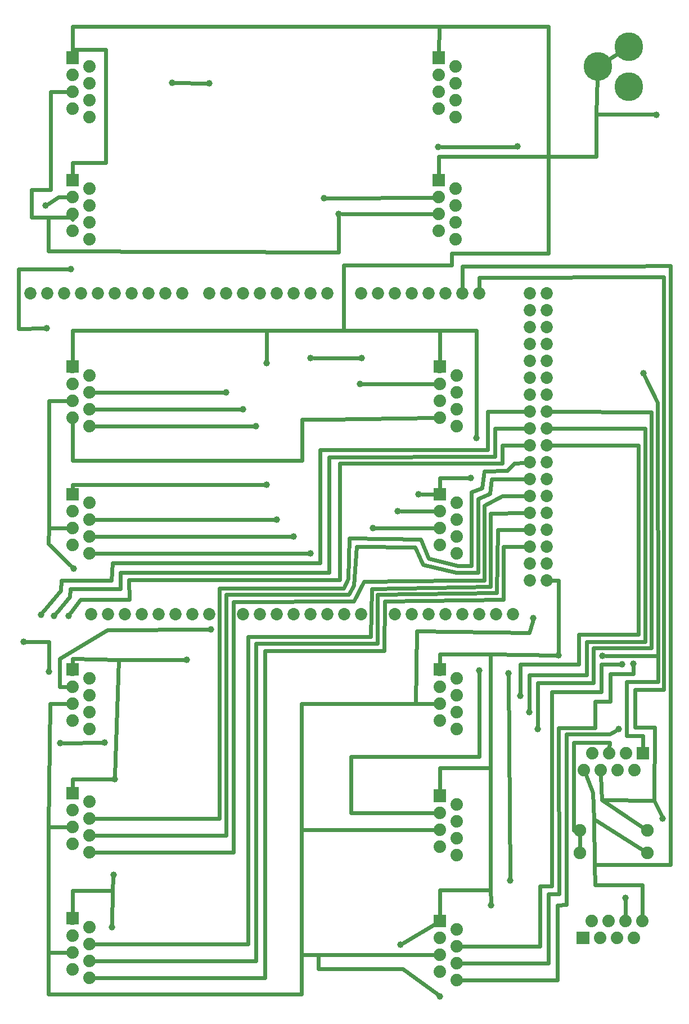
<source format=gtl>
G04 MADE WITH FRITZING*
G04 WWW.FRITZING.ORG*
G04 DOUBLE SIDED*
G04 HOLES PLATED*
G04 CONTOUR ON CENTER OF CONTOUR VECTOR*
%ASAXBY*%
%FSLAX23Y23*%
%MOIN*%
%OFA0B0*%
%SFA1.0B1.0*%
%ADD10C,0.039370*%
%ADD11C,0.072917*%
%ADD12C,0.170000*%
%ADD13C,0.074000*%
%ADD14C,0.075000*%
%ADD15C,0.024000*%
%ADD16R,0.001000X0.001000*%
%LNCOPPER1*%
G90*
G70*
G54D10*
X2415Y3037D03*
X356Y4371D03*
X211Y4022D03*
X1515Y3093D03*
X1515Y3815D03*
X1775Y2686D03*
X1775Y3844D03*
X1043Y2059D03*
X74Y2163D03*
X226Y1989D03*
X1275Y3642D03*
X1375Y3542D03*
X1452Y3442D03*
X1575Y2886D03*
X1675Y2786D03*
X2077Y3844D03*
X293Y1565D03*
X554Y1568D03*
X177Y2325D03*
X2759Y3371D03*
X2726Y3133D03*
X2144Y2836D03*
X256Y2319D03*
X341Y2319D03*
X1184Y2237D03*
X2307Y371D03*
X597Y473D03*
X615Y1352D03*
X607Y785D03*
X3506Y2082D03*
X3245Y2084D03*
X3018Y1843D03*
X3073Y1746D03*
X3120Y1648D03*
X3600Y1648D03*
X2543Y65D03*
X2844Y604D03*
X3689Y2033D03*
X3623Y2032D03*
X3826Y5285D03*
X3747Y3755D03*
X3863Y1119D03*
X3640Y648D03*
X2293Y2937D03*
X2774Y1993D03*
X2959Y752D03*
X2948Y1978D03*
X1854Y4792D03*
X1175Y5471D03*
X206Y4746D03*
X954Y5473D03*
X2067Y3692D03*
X2533Y5093D03*
X3001Y5096D03*
G54D11*
X2375Y2326D03*
X775Y2326D03*
X2474Y2326D03*
X2575Y2326D03*
X2674Y2326D03*
X2775Y2326D03*
X3075Y3726D03*
X2875Y2326D03*
X2974Y2326D03*
X814Y4226D03*
X1375Y2326D03*
X1474Y2326D03*
X1575Y2326D03*
X1674Y2326D03*
X3075Y2926D03*
X1775Y2326D03*
X1875Y2326D03*
X1974Y2326D03*
X2075Y2326D03*
X1575Y4226D03*
X3075Y4126D03*
X3075Y3326D03*
X3075Y2526D03*
X415Y4226D03*
X1174Y2326D03*
X1174Y4226D03*
X3075Y3926D03*
X3075Y3526D03*
X3075Y3126D03*
X2775Y4226D03*
X3075Y2726D03*
X2674Y4226D03*
X2575Y4226D03*
X2474Y4226D03*
X2375Y4226D03*
X2275Y4226D03*
X2174Y4226D03*
X2075Y4226D03*
X214Y4226D03*
X614Y4226D03*
X1014Y4226D03*
X574Y2326D03*
X974Y2326D03*
X1775Y4226D03*
X1375Y4226D03*
X3075Y4226D03*
X3075Y4026D03*
X3075Y3826D03*
X3075Y3626D03*
X3075Y3426D03*
X3075Y3226D03*
X3075Y3026D03*
X3075Y2826D03*
X3075Y2626D03*
X114Y4226D03*
X314Y4226D03*
X514Y4226D03*
X714Y4226D03*
X915Y4226D03*
X474Y2326D03*
X674Y2326D03*
X875Y2326D03*
X1074Y2326D03*
X1875Y4226D03*
X1674Y4226D03*
X1474Y4226D03*
X1275Y4226D03*
X3174Y4226D03*
X3174Y4126D03*
X3174Y4026D03*
X3174Y3926D03*
X3174Y3826D03*
X3174Y3726D03*
X3174Y3626D03*
X3174Y3526D03*
X3174Y3426D03*
X3174Y3326D03*
X3174Y3226D03*
X3174Y3126D03*
X3174Y3026D03*
X3174Y2926D03*
X3174Y2826D03*
X3174Y2726D03*
X3174Y2626D03*
X3174Y2526D03*
X2275Y2326D03*
G54D12*
X3662Y5452D03*
X3662Y5688D03*
X3477Y5570D03*
X3662Y5452D03*
X3662Y5688D03*
X3477Y5570D03*
G54D13*
X3395Y1403D03*
X3445Y1503D03*
X3495Y1403D03*
X3595Y1403D03*
X3695Y1403D03*
X3545Y1503D03*
X3645Y1503D03*
X3745Y1503D03*
X3395Y1403D03*
X3445Y1503D03*
X3495Y1403D03*
X3595Y1403D03*
X3695Y1403D03*
X3545Y1503D03*
X3645Y1503D03*
X3745Y1503D03*
X3740Y511D03*
X3690Y411D03*
X3640Y511D03*
X3540Y511D03*
X3440Y511D03*
X3590Y411D03*
X3490Y411D03*
X3390Y411D03*
X3740Y511D03*
X3690Y411D03*
X3640Y511D03*
X3540Y511D03*
X3440Y511D03*
X3590Y411D03*
X3490Y411D03*
X3390Y411D03*
X2634Y5271D03*
X2534Y5321D03*
X2634Y5371D03*
X2634Y5471D03*
X2634Y5571D03*
X2534Y5421D03*
X2534Y5521D03*
X2534Y5621D03*
X2634Y5271D03*
X2534Y5321D03*
X2634Y5371D03*
X2634Y5471D03*
X2634Y5571D03*
X2534Y5421D03*
X2534Y5521D03*
X2534Y5621D03*
X2634Y4546D03*
X2534Y4596D03*
X2634Y4646D03*
X2634Y4746D03*
X2634Y4846D03*
X2534Y4696D03*
X2534Y4796D03*
X2534Y4896D03*
X2634Y4546D03*
X2534Y4596D03*
X2634Y4646D03*
X2634Y4746D03*
X2634Y4846D03*
X2534Y4696D03*
X2534Y4796D03*
X2534Y4896D03*
X2642Y2686D03*
X2542Y2736D03*
X2642Y2786D03*
X2642Y2886D03*
X2642Y2986D03*
X2542Y2836D03*
X2542Y2936D03*
X2542Y3036D03*
X2642Y2686D03*
X2542Y2736D03*
X2642Y2786D03*
X2642Y2886D03*
X2642Y2986D03*
X2542Y2836D03*
X2542Y2936D03*
X2542Y3036D03*
X2642Y3442D03*
X2542Y3492D03*
X2642Y3542D03*
X2642Y3642D03*
X2642Y3742D03*
X2542Y3592D03*
X2542Y3692D03*
X2542Y3792D03*
X2642Y3442D03*
X2542Y3492D03*
X2642Y3542D03*
X2642Y3642D03*
X2642Y3742D03*
X2542Y3592D03*
X2542Y3692D03*
X2542Y3792D03*
X464Y1649D03*
X364Y1699D03*
X464Y1749D03*
X464Y1849D03*
X464Y1949D03*
X364Y1799D03*
X364Y1899D03*
X364Y1999D03*
X464Y1649D03*
X364Y1699D03*
X464Y1749D03*
X464Y1849D03*
X464Y1949D03*
X364Y1799D03*
X364Y1899D03*
X364Y1999D03*
X464Y916D03*
X364Y966D03*
X464Y1016D03*
X464Y1116D03*
X464Y1216D03*
X364Y1066D03*
X364Y1166D03*
X364Y1266D03*
X464Y916D03*
X364Y966D03*
X464Y1016D03*
X464Y1116D03*
X464Y1216D03*
X364Y1066D03*
X364Y1166D03*
X364Y1266D03*
X464Y175D03*
X364Y225D03*
X464Y275D03*
X464Y375D03*
X464Y475D03*
X364Y325D03*
X364Y425D03*
X364Y525D03*
X464Y175D03*
X364Y225D03*
X464Y275D03*
X464Y375D03*
X464Y475D03*
X364Y325D03*
X364Y425D03*
X364Y525D03*
X464Y3442D03*
X364Y3492D03*
X464Y3542D03*
X464Y3642D03*
X464Y3742D03*
X364Y3592D03*
X364Y3692D03*
X364Y3792D03*
X464Y3442D03*
X364Y3492D03*
X464Y3542D03*
X464Y3642D03*
X464Y3742D03*
X364Y3592D03*
X364Y3692D03*
X364Y3792D03*
X464Y2686D03*
X364Y2736D03*
X464Y2786D03*
X464Y2886D03*
X464Y2986D03*
X364Y2836D03*
X364Y2936D03*
X364Y3036D03*
X464Y2686D03*
X364Y2736D03*
X464Y2786D03*
X464Y2886D03*
X464Y2986D03*
X364Y2836D03*
X364Y2936D03*
X364Y3036D03*
X464Y4546D03*
X364Y4596D03*
X464Y4646D03*
X464Y4746D03*
X464Y4846D03*
X364Y4696D03*
X364Y4796D03*
X364Y4896D03*
X464Y4546D03*
X364Y4596D03*
X464Y4646D03*
X464Y4746D03*
X464Y4846D03*
X364Y4696D03*
X364Y4796D03*
X364Y4896D03*
X2642Y901D03*
X2542Y951D03*
X2642Y1001D03*
X2642Y1101D03*
X2642Y1201D03*
X2542Y1051D03*
X2542Y1151D03*
X2542Y1251D03*
X2642Y901D03*
X2542Y951D03*
X2642Y1001D03*
X2642Y1101D03*
X2642Y1201D03*
X2542Y1051D03*
X2542Y1151D03*
X2542Y1251D03*
X2642Y1649D03*
X2542Y1699D03*
X2642Y1749D03*
X2642Y1849D03*
X2642Y1949D03*
X2542Y1799D03*
X2542Y1899D03*
X2542Y1999D03*
X2642Y1649D03*
X2542Y1699D03*
X2642Y1749D03*
X2642Y1849D03*
X2642Y1949D03*
X2542Y1799D03*
X2542Y1899D03*
X2542Y1999D03*
X2642Y160D03*
X2542Y210D03*
X2642Y260D03*
X2642Y360D03*
X2642Y460D03*
X2542Y310D03*
X2542Y410D03*
X2542Y510D03*
X2642Y160D03*
X2542Y210D03*
X2642Y260D03*
X2642Y360D03*
X2642Y460D03*
X2542Y310D03*
X2542Y410D03*
X2542Y510D03*
X464Y5271D03*
X364Y5321D03*
X464Y5371D03*
X464Y5471D03*
X464Y5571D03*
X364Y5421D03*
X364Y5521D03*
X364Y5621D03*
X464Y5271D03*
X364Y5321D03*
X464Y5371D03*
X464Y5471D03*
X464Y5571D03*
X364Y5421D03*
X364Y5521D03*
X364Y5621D03*
G54D10*
X1943Y4696D03*
G54D14*
X3370Y915D03*
X3770Y915D03*
X3370Y1048D03*
X3770Y1048D03*
G54D10*
X3096Y2303D03*
X370Y2596D03*
G54D15*
X3245Y2526D02*
X3205Y2526D01*
D02*
X3245Y2103D02*
X3245Y2526D01*
D02*
X2511Y3037D02*
X2434Y3037D01*
D02*
X1726Y3482D02*
X1726Y3237D01*
D02*
X1726Y3237D02*
X364Y3237D01*
D02*
X364Y3237D02*
X364Y3461D01*
D02*
X1870Y3482D02*
X1726Y3482D01*
D02*
X2511Y3491D02*
X1870Y3482D01*
D02*
X44Y4371D02*
X337Y4371D01*
D02*
X44Y4019D02*
X44Y4371D01*
D02*
X192Y4022D02*
X44Y4019D01*
D02*
X637Y2059D02*
X1024Y2059D01*
D02*
X226Y2008D02*
X226Y2163D01*
D02*
X226Y2163D02*
X93Y2163D01*
D02*
X1433Y3442D02*
X495Y3442D01*
D02*
X1356Y3542D02*
X495Y3542D01*
D02*
X1256Y3642D02*
X495Y3642D01*
D02*
X1756Y2686D02*
X495Y2686D01*
D02*
X348Y2430D02*
X352Y2478D01*
D02*
X296Y2467D02*
X298Y2529D01*
D02*
X268Y2333D02*
X348Y2430D01*
D02*
X352Y2478D02*
X648Y2478D01*
D02*
X648Y2478D02*
X648Y2574D01*
D02*
X648Y2574D02*
X1885Y2574D01*
D02*
X1885Y2574D02*
X1885Y3256D01*
D02*
X600Y2630D02*
X1833Y2630D01*
D02*
X596Y2529D02*
X600Y2630D01*
D02*
X1885Y3256D02*
X2868Y3262D01*
D02*
X2868Y3262D02*
X2868Y3426D01*
D02*
X2868Y3426D02*
X3044Y3426D01*
D02*
X189Y2340D02*
X296Y2467D01*
D02*
X298Y2529D02*
X596Y2529D01*
D02*
X1833Y2630D02*
X1833Y3300D01*
D02*
X1833Y3300D02*
X2826Y3300D01*
D02*
X2826Y3300D02*
X2826Y3526D01*
D02*
X2826Y3526D02*
X3044Y3526D01*
D02*
X2058Y3844D02*
X1794Y3844D01*
D02*
X1656Y2786D02*
X495Y2786D01*
D02*
X1556Y2886D02*
X495Y2886D01*
D02*
X312Y1565D02*
X535Y1568D01*
D02*
X1451Y275D02*
X495Y275D01*
D02*
X1451Y2155D02*
X1451Y275D01*
D02*
X2172Y2155D02*
X1451Y2155D01*
D02*
X2173Y2443D02*
X2172Y2155D01*
D02*
X2879Y2454D02*
X2173Y2443D01*
D02*
X2884Y2829D02*
X2879Y2454D01*
D02*
X3044Y2827D02*
X2884Y2829D01*
D02*
X2637Y2573D02*
X2767Y2573D01*
D02*
X2648Y2615D02*
X2729Y2615D01*
D02*
X2637Y2526D02*
X2093Y2521D01*
D02*
X2443Y2621D02*
X2637Y2573D01*
D02*
X2395Y2723D02*
X2443Y2621D01*
D02*
X2048Y2729D02*
X2395Y2723D01*
D02*
X2476Y2659D02*
X2648Y2615D01*
D02*
X2429Y2771D02*
X2476Y2659D01*
D02*
X1998Y2537D02*
X2004Y2779D01*
D02*
X1406Y2193D02*
X2133Y2193D01*
D02*
X1406Y375D02*
X1406Y2193D01*
D02*
X2133Y2193D02*
X2137Y2479D01*
D02*
X2137Y2479D02*
X2843Y2490D01*
D02*
X2843Y2490D02*
X2843Y2923D01*
D02*
X2843Y2923D02*
X3044Y2926D01*
D02*
X495Y375D02*
X1406Y375D01*
D02*
X1317Y916D02*
X495Y916D01*
D02*
X1317Y2402D02*
X1317Y916D01*
D02*
X2033Y2404D02*
X1317Y2402D01*
D02*
X2093Y2521D02*
X2033Y2404D01*
D02*
X2806Y2526D02*
X2637Y2526D01*
D02*
X2806Y2971D02*
X2806Y2526D01*
D02*
X2913Y3028D02*
X2806Y2971D01*
D02*
X3044Y3027D02*
X2913Y3028D01*
D02*
X2837Y3041D02*
X2848Y3126D01*
D02*
X2767Y3011D02*
X2837Y3041D01*
D02*
X2848Y3126D02*
X3044Y3126D01*
D02*
X2767Y2573D02*
X2767Y3011D01*
D02*
X2031Y2498D02*
X2048Y2729D01*
D02*
X2000Y2445D02*
X2031Y2498D01*
D02*
X1275Y2444D02*
X2000Y2445D01*
D02*
X1275Y1016D02*
X1275Y2444D01*
D02*
X495Y1016D02*
X1275Y1016D01*
D02*
X2324Y380D02*
X2515Y495D01*
D02*
X601Y690D02*
X598Y492D01*
D02*
X1235Y1116D02*
X1235Y2482D01*
D02*
X2004Y2779D02*
X2429Y2771D01*
D02*
X1970Y2482D02*
X1998Y2537D01*
D02*
X1235Y2482D02*
X1970Y2482D01*
D02*
X2729Y2615D02*
X2729Y3051D01*
D02*
X2729Y3051D02*
X2793Y3073D01*
D02*
X2793Y3073D02*
X2804Y3173D01*
D02*
X2940Y3179D02*
X2981Y3221D01*
D02*
X2804Y3173D02*
X2940Y3179D01*
D02*
X2981Y3221D02*
X3044Y3224D01*
D02*
X495Y1116D02*
X1235Y1116D01*
D02*
X2912Y3326D02*
X3044Y3326D01*
D02*
X2912Y3221D02*
X2912Y3326D01*
D02*
X1948Y3221D02*
X2912Y3221D01*
D02*
X1948Y2532D02*
X1948Y3221D01*
D02*
X698Y2532D02*
X1948Y2532D01*
D02*
X700Y2415D02*
X698Y2532D01*
D02*
X411Y2415D02*
X700Y2415D01*
D02*
X352Y2334D02*
X411Y2415D01*
D02*
X3018Y2032D02*
X3018Y1862D01*
D02*
X3365Y2032D02*
X3018Y2032D01*
D02*
X3365Y2207D02*
X3365Y2032D01*
D02*
X3412Y1968D02*
X3412Y2165D01*
D02*
X3073Y1968D02*
X3412Y1968D01*
D02*
X3073Y1765D02*
X3073Y1968D01*
D02*
X3412Y2165D02*
X3759Y2165D01*
D02*
X3718Y2207D02*
X3365Y2207D01*
D02*
X3451Y2126D02*
X3451Y1921D01*
D02*
X3796Y2126D02*
X3451Y2126D01*
D02*
X3759Y3426D02*
X3205Y3426D01*
D02*
X3796Y3525D02*
X3796Y2126D01*
D02*
X3451Y1921D02*
X3120Y1921D01*
D02*
X3120Y1921D02*
X3120Y1667D01*
D02*
X3205Y3526D02*
X3796Y3525D01*
D02*
X3718Y3326D02*
X3718Y2207D01*
D02*
X3205Y3326D02*
X3718Y3326D01*
D02*
X3759Y2165D02*
X3759Y3426D01*
D02*
X2215Y2404D02*
X2212Y2112D01*
D02*
X2212Y2112D02*
X1504Y2112D01*
D02*
X1504Y2112D02*
X1504Y175D01*
D02*
X1504Y175D02*
X495Y175D01*
D02*
X2918Y2726D02*
X2918Y2415D01*
D02*
X2918Y2415D02*
X2215Y2404D01*
D02*
X3044Y2726D02*
X2918Y2726D01*
D02*
X3548Y1618D02*
X3584Y1639D01*
D02*
X3461Y1655D02*
X3461Y1810D01*
D02*
X3461Y1810D02*
X3553Y1810D01*
D02*
X3689Y1973D02*
X3689Y2015D01*
D02*
X3498Y2032D02*
X3604Y2032D01*
D02*
X3204Y717D02*
X3204Y1866D01*
D02*
X3134Y717D02*
X3204Y717D01*
D02*
X3204Y1866D02*
X3498Y1866D01*
D02*
X3498Y1866D02*
X3498Y2032D01*
D02*
X3134Y360D02*
X3134Y717D01*
D02*
X2673Y360D02*
X3134Y360D01*
D02*
X3553Y1973D02*
X3689Y1973D01*
D02*
X3248Y671D02*
X3244Y1655D01*
D02*
X3185Y671D02*
X3248Y671D01*
D02*
X3290Y606D02*
X3290Y1618D01*
D02*
X3244Y1655D02*
X3461Y1655D01*
D02*
X3553Y1810D02*
X3553Y1973D01*
D02*
X3185Y260D02*
X3185Y671D01*
D02*
X2673Y260D02*
X3185Y260D01*
D02*
X3290Y1618D02*
X3548Y1618D01*
D02*
X3237Y604D02*
X3290Y606D01*
D02*
X3237Y160D02*
X3237Y604D01*
D02*
X2673Y160D02*
X3237Y160D01*
D02*
X3448Y1272D02*
X3456Y1115D01*
D02*
X3456Y1115D02*
X3459Y845D01*
D02*
X3815Y1656D02*
X3698Y1656D01*
D02*
X3698Y1656D02*
X3698Y1880D01*
D02*
X3698Y1880D02*
X3869Y1880D01*
D02*
X3869Y1880D02*
X3867Y4325D01*
D02*
X3500Y1226D02*
X3813Y1224D01*
D02*
X3813Y1224D02*
X3815Y1656D01*
D02*
X3459Y845D02*
X3908Y845D01*
D02*
X3908Y845D02*
X3908Y4391D01*
D02*
X3908Y4391D02*
X3611Y4389D01*
D02*
X3611Y4389D02*
X2675Y4389D01*
D02*
X2674Y4389D02*
X2674Y4256D01*
D02*
X2775Y4322D02*
X2775Y4256D01*
D02*
X3867Y4325D02*
X2775Y4322D01*
D02*
X3496Y1372D02*
X3500Y1226D01*
D02*
X3407Y1374D02*
X3448Y1272D01*
D02*
X2398Y1799D02*
X2511Y1799D01*
D02*
X2404Y2226D02*
X2398Y1799D01*
D02*
X3335Y1048D02*
X3342Y1048D01*
D02*
X3335Y1567D02*
X3335Y1048D01*
D02*
X3547Y1567D02*
X3335Y1567D01*
D02*
X3546Y1534D02*
X3547Y1567D01*
D02*
X3370Y944D02*
X3370Y1020D01*
D02*
X3456Y1115D02*
X3746Y930D01*
D02*
X3500Y1226D02*
X3746Y1064D01*
D02*
X3461Y724D02*
X3740Y724D01*
D02*
X3740Y724D02*
X3740Y541D01*
D02*
X3640Y629D02*
X3640Y541D01*
D02*
X3813Y1224D02*
X3855Y1136D01*
D02*
X3459Y845D02*
X3461Y724D01*
D02*
X2959Y771D02*
X2948Y1959D01*
D02*
X2774Y1485D02*
X2774Y1974D01*
D02*
X2015Y1485D02*
X2774Y1485D01*
D02*
X2015Y1151D02*
X2015Y1485D01*
D02*
X2511Y1151D02*
X2015Y1151D01*
D02*
X2312Y2937D02*
X2511Y2936D01*
D02*
X2511Y3692D02*
X2086Y3692D01*
D02*
X2504Y4795D02*
X1873Y4792D01*
D02*
X973Y5473D02*
X1156Y5472D01*
D02*
X281Y4796D02*
X222Y4756D01*
D02*
X333Y4796D02*
X281Y4796D01*
D02*
X2552Y5093D02*
X2982Y5095D01*
D02*
X3536Y5608D02*
X3603Y5650D01*
D02*
X2537Y5809D02*
X3184Y5809D01*
D02*
X3184Y5809D02*
X3184Y5037D01*
D02*
X2535Y5652D02*
X2537Y5809D01*
D02*
X3467Y5037D02*
X3184Y5037D01*
D02*
X3467Y5289D02*
X3467Y5037D01*
D02*
X2534Y5037D02*
X2534Y4926D01*
D02*
X3184Y5037D02*
X2534Y5037D01*
D02*
X3474Y5500D02*
X3467Y5289D01*
D02*
X1970Y4009D02*
X2759Y4009D01*
D02*
X2542Y4009D02*
X2542Y3823D01*
D02*
X2759Y4009D02*
X2542Y4009D01*
D02*
X3184Y4463D02*
X2611Y4463D01*
D02*
X2611Y4463D02*
X2611Y4393D01*
D02*
X2611Y4393D02*
X1970Y4393D01*
D02*
X1970Y4393D02*
X1970Y4009D01*
D02*
X3184Y5037D02*
X3184Y4463D01*
D02*
X2542Y3134D02*
X2542Y3067D01*
D02*
X2707Y3134D02*
X2542Y3134D01*
D02*
X2759Y4009D02*
X2759Y3390D01*
D02*
X3832Y3580D02*
X3835Y2080D01*
D02*
X3755Y3738D02*
X3832Y3580D01*
D02*
X2543Y2090D02*
X2542Y2030D01*
D02*
X2843Y2090D02*
X2543Y2090D01*
D02*
X3226Y2085D02*
X2843Y2090D01*
D02*
X3835Y2080D02*
X3525Y2082D01*
D02*
X3467Y5289D02*
X3807Y5286D01*
D02*
X3745Y1608D02*
X3745Y1534D01*
D02*
X3648Y1608D02*
X3745Y1608D01*
D02*
X3648Y1926D02*
X3648Y1608D01*
D02*
X3835Y1926D02*
X3648Y1926D01*
D02*
X3835Y2080D02*
X3835Y1926D01*
D02*
X2542Y1419D02*
X2542Y1282D01*
D02*
X2843Y1419D02*
X2542Y1419D01*
D02*
X2843Y2090D02*
X2843Y1419D01*
D02*
X2542Y693D02*
X2542Y541D01*
D02*
X2843Y693D02*
X2542Y693D01*
D02*
X2843Y1419D02*
X2843Y693D01*
D02*
X2843Y693D02*
X2844Y623D01*
D02*
X601Y690D02*
X364Y690D01*
D02*
X364Y690D02*
X364Y556D01*
D02*
X606Y766D02*
X601Y690D01*
D02*
X364Y1352D02*
X364Y1297D01*
D02*
X596Y1352D02*
X364Y1352D01*
D02*
X637Y2059D02*
X615Y1371D01*
D02*
X364Y2065D02*
X637Y2059D01*
D02*
X364Y2065D02*
X364Y2030D01*
D02*
X364Y3093D02*
X364Y3067D01*
D02*
X1515Y4009D02*
X1515Y3834D01*
D02*
X1496Y3093D02*
X364Y3093D01*
D02*
X364Y4009D02*
X1515Y4009D01*
D02*
X364Y4009D02*
X364Y3823D01*
D02*
X2542Y4009D02*
X364Y4009D01*
D02*
X364Y5671D02*
X562Y5671D01*
D02*
X562Y5001D02*
X364Y5001D01*
D02*
X364Y5001D02*
X364Y4926D01*
D02*
X562Y5671D02*
X562Y5001D01*
D02*
X364Y5652D02*
X364Y5671D01*
D02*
X364Y5809D02*
X364Y5652D01*
D02*
X2537Y5809D02*
X364Y5809D01*
D02*
X2504Y4696D02*
X1962Y4696D01*
D02*
X1943Y4471D02*
X220Y4476D01*
D02*
X220Y4679D02*
X120Y4679D01*
D02*
X220Y4476D02*
X220Y4679D01*
D02*
X364Y4679D02*
X364Y4665D01*
D02*
X120Y4679D02*
X364Y4679D01*
D02*
X1943Y4677D02*
X1943Y4471D01*
D02*
X234Y5421D02*
X333Y5421D01*
D02*
X120Y4840D02*
X234Y4840D01*
D02*
X234Y4840D02*
X234Y5421D01*
D02*
X120Y4679D02*
X120Y4840D01*
D02*
X222Y1066D02*
X333Y1066D01*
D02*
X233Y1799D02*
X222Y1066D01*
D02*
X333Y1799D02*
X233Y1799D01*
D02*
X222Y325D02*
X333Y325D01*
D02*
X222Y1066D02*
X222Y325D01*
D02*
X222Y2745D02*
X357Y2610D01*
D02*
X226Y2837D02*
X222Y2745D01*
D02*
X333Y2836D02*
X226Y2837D01*
D02*
X226Y3592D02*
X333Y3592D01*
D02*
X226Y2837D02*
X226Y3592D01*
D02*
X2163Y2836D02*
X2511Y2836D01*
D02*
X1820Y310D02*
X2511Y310D01*
D02*
X1722Y310D02*
X1820Y310D01*
D02*
X1722Y78D02*
X1722Y310D01*
D02*
X222Y78D02*
X1722Y78D01*
D02*
X222Y325D02*
X222Y78D01*
D02*
X1722Y1051D02*
X2511Y1051D01*
D02*
X1722Y310D02*
X1722Y1051D01*
D02*
X1722Y1799D02*
X2511Y1799D01*
D02*
X1722Y1051D02*
X1722Y1799D01*
D02*
X2404Y2226D02*
X3070Y2219D01*
D02*
X3070Y2219D02*
X3091Y2285D01*
D02*
X2320Y226D02*
X2527Y76D01*
D02*
X1820Y226D02*
X2320Y226D01*
D02*
X1820Y310D02*
X1820Y226D01*
D02*
X570Y2234D02*
X1165Y2237D01*
D02*
X287Y2065D02*
X570Y2234D01*
D02*
X287Y1899D02*
X287Y2065D01*
D02*
X333Y1899D02*
X287Y1899D01*
G54D16*
X327Y5659D02*
X400Y5659D01*
X2497Y5659D02*
X2570Y5659D01*
X327Y5658D02*
X400Y5658D01*
X2497Y5658D02*
X2570Y5658D01*
X327Y5657D02*
X400Y5657D01*
X2497Y5657D02*
X2570Y5657D01*
X327Y5656D02*
X400Y5656D01*
X2497Y5656D02*
X2570Y5656D01*
X327Y5655D02*
X400Y5655D01*
X2497Y5655D02*
X2570Y5655D01*
X327Y5654D02*
X400Y5654D01*
X2497Y5654D02*
X2570Y5654D01*
X327Y5653D02*
X400Y5653D01*
X2497Y5653D02*
X2570Y5653D01*
X327Y5652D02*
X400Y5652D01*
X2497Y5652D02*
X2570Y5652D01*
X327Y5651D02*
X400Y5651D01*
X2497Y5651D02*
X2570Y5651D01*
X327Y5650D02*
X400Y5650D01*
X2497Y5650D02*
X2570Y5650D01*
X327Y5649D02*
X400Y5649D01*
X2497Y5649D02*
X2570Y5649D01*
X327Y5648D02*
X400Y5648D01*
X2497Y5648D02*
X2570Y5648D01*
X327Y5647D02*
X400Y5647D01*
X2497Y5647D02*
X2570Y5647D01*
X327Y5646D02*
X400Y5646D01*
X2497Y5646D02*
X2570Y5646D01*
X327Y5645D02*
X400Y5645D01*
X2497Y5645D02*
X2570Y5645D01*
X327Y5644D02*
X400Y5644D01*
X2497Y5644D02*
X2570Y5644D01*
X327Y5643D02*
X400Y5643D01*
X2497Y5643D02*
X2570Y5643D01*
X327Y5642D02*
X361Y5642D01*
X366Y5642D02*
X400Y5642D01*
X2497Y5642D02*
X2532Y5642D01*
X2536Y5642D02*
X2570Y5642D01*
X327Y5641D02*
X357Y5641D01*
X371Y5641D02*
X400Y5641D01*
X2497Y5641D02*
X2527Y5641D01*
X2541Y5641D02*
X2570Y5641D01*
X327Y5640D02*
X354Y5640D01*
X373Y5640D02*
X400Y5640D01*
X2497Y5640D02*
X2525Y5640D01*
X2543Y5640D02*
X2570Y5640D01*
X327Y5639D02*
X352Y5639D01*
X375Y5639D02*
X400Y5639D01*
X2497Y5639D02*
X2523Y5639D01*
X2545Y5639D02*
X2570Y5639D01*
X327Y5638D02*
X351Y5638D01*
X376Y5638D02*
X400Y5638D01*
X2497Y5638D02*
X2521Y5638D01*
X2546Y5638D02*
X2570Y5638D01*
X327Y5637D02*
X350Y5637D01*
X377Y5637D02*
X400Y5637D01*
X2497Y5637D02*
X2520Y5637D01*
X2548Y5637D02*
X2570Y5637D01*
X327Y5636D02*
X349Y5636D01*
X378Y5636D02*
X400Y5636D01*
X2497Y5636D02*
X2519Y5636D01*
X2549Y5636D02*
X2570Y5636D01*
X327Y5635D02*
X348Y5635D01*
X379Y5635D02*
X400Y5635D01*
X2497Y5635D02*
X2518Y5635D01*
X2549Y5635D02*
X2570Y5635D01*
X327Y5634D02*
X347Y5634D01*
X380Y5634D02*
X400Y5634D01*
X2497Y5634D02*
X2517Y5634D01*
X2550Y5634D02*
X2570Y5634D01*
X327Y5633D02*
X346Y5633D01*
X381Y5633D02*
X400Y5633D01*
X2497Y5633D02*
X2517Y5633D01*
X2551Y5633D02*
X2570Y5633D01*
X327Y5632D02*
X346Y5632D01*
X381Y5632D02*
X400Y5632D01*
X2497Y5632D02*
X2516Y5632D01*
X2552Y5632D02*
X2570Y5632D01*
X327Y5631D02*
X345Y5631D01*
X382Y5631D02*
X400Y5631D01*
X2497Y5631D02*
X2516Y5631D01*
X2552Y5631D02*
X2570Y5631D01*
X327Y5630D02*
X345Y5630D01*
X382Y5630D02*
X400Y5630D01*
X2497Y5630D02*
X2515Y5630D01*
X2553Y5630D02*
X2570Y5630D01*
X327Y5629D02*
X345Y5629D01*
X383Y5629D02*
X400Y5629D01*
X2497Y5629D02*
X2515Y5629D01*
X2553Y5629D02*
X2570Y5629D01*
X327Y5628D02*
X344Y5628D01*
X383Y5628D02*
X400Y5628D01*
X2497Y5628D02*
X2515Y5628D01*
X2553Y5628D02*
X2570Y5628D01*
X327Y5627D02*
X344Y5627D01*
X383Y5627D02*
X400Y5627D01*
X2497Y5627D02*
X2514Y5627D01*
X2554Y5627D02*
X2570Y5627D01*
X327Y5626D02*
X344Y5626D01*
X383Y5626D02*
X400Y5626D01*
X2497Y5626D02*
X2514Y5626D01*
X2554Y5626D02*
X2570Y5626D01*
X327Y5625D02*
X344Y5625D01*
X383Y5625D02*
X400Y5625D01*
X2497Y5625D02*
X2514Y5625D01*
X2554Y5625D02*
X2570Y5625D01*
X327Y5624D02*
X344Y5624D01*
X384Y5624D02*
X400Y5624D01*
X2497Y5624D02*
X2514Y5624D01*
X2554Y5624D02*
X2570Y5624D01*
X327Y5623D02*
X343Y5623D01*
X384Y5623D02*
X400Y5623D01*
X2497Y5623D02*
X2514Y5623D01*
X2554Y5623D02*
X2570Y5623D01*
X327Y5622D02*
X343Y5622D01*
X384Y5622D02*
X400Y5622D01*
X2497Y5622D02*
X2514Y5622D01*
X2554Y5622D02*
X2570Y5622D01*
X327Y5621D02*
X344Y5621D01*
X384Y5621D02*
X400Y5621D01*
X2497Y5621D02*
X2514Y5621D01*
X2554Y5621D02*
X2570Y5621D01*
X327Y5620D02*
X344Y5620D01*
X383Y5620D02*
X400Y5620D01*
X2497Y5620D02*
X2514Y5620D01*
X2554Y5620D02*
X2570Y5620D01*
X327Y5619D02*
X344Y5619D01*
X383Y5619D02*
X400Y5619D01*
X2497Y5619D02*
X2514Y5619D01*
X2554Y5619D02*
X2570Y5619D01*
X327Y5618D02*
X344Y5618D01*
X383Y5618D02*
X400Y5618D01*
X2497Y5618D02*
X2514Y5618D01*
X2554Y5618D02*
X2570Y5618D01*
X327Y5617D02*
X344Y5617D01*
X383Y5617D02*
X400Y5617D01*
X2497Y5617D02*
X2515Y5617D01*
X2553Y5617D02*
X2570Y5617D01*
X327Y5616D02*
X345Y5616D01*
X383Y5616D02*
X400Y5616D01*
X2497Y5616D02*
X2515Y5616D01*
X2553Y5616D02*
X2570Y5616D01*
X327Y5615D02*
X345Y5615D01*
X382Y5615D02*
X400Y5615D01*
X2497Y5615D02*
X2515Y5615D01*
X2553Y5615D02*
X2570Y5615D01*
X327Y5614D02*
X345Y5614D01*
X382Y5614D02*
X400Y5614D01*
X2497Y5614D02*
X2516Y5614D01*
X2552Y5614D02*
X2570Y5614D01*
X327Y5613D02*
X346Y5613D01*
X381Y5613D02*
X400Y5613D01*
X2497Y5613D02*
X2516Y5613D01*
X2552Y5613D02*
X2570Y5613D01*
X327Y5612D02*
X346Y5612D01*
X381Y5612D02*
X400Y5612D01*
X2497Y5612D02*
X2517Y5612D01*
X2551Y5612D02*
X2570Y5612D01*
X327Y5611D02*
X347Y5611D01*
X380Y5611D02*
X400Y5611D01*
X2497Y5611D02*
X2517Y5611D01*
X2550Y5611D02*
X2570Y5611D01*
X327Y5610D02*
X348Y5610D01*
X379Y5610D02*
X400Y5610D01*
X2497Y5610D02*
X2518Y5610D01*
X2550Y5610D02*
X2570Y5610D01*
X327Y5609D02*
X349Y5609D01*
X378Y5609D02*
X400Y5609D01*
X2497Y5609D02*
X2519Y5609D01*
X2549Y5609D02*
X2570Y5609D01*
X327Y5608D02*
X350Y5608D01*
X377Y5608D02*
X400Y5608D01*
X2497Y5608D02*
X2520Y5608D01*
X2548Y5608D02*
X2570Y5608D01*
X327Y5607D02*
X351Y5607D01*
X376Y5607D02*
X400Y5607D01*
X2497Y5607D02*
X2521Y5607D01*
X2546Y5607D02*
X2570Y5607D01*
X327Y5606D02*
X352Y5606D01*
X375Y5606D02*
X400Y5606D01*
X2497Y5606D02*
X2523Y5606D01*
X2545Y5606D02*
X2570Y5606D01*
X327Y5605D02*
X354Y5605D01*
X373Y5605D02*
X400Y5605D01*
X2497Y5605D02*
X2525Y5605D01*
X2543Y5605D02*
X2570Y5605D01*
X327Y5604D02*
X357Y5604D01*
X371Y5604D02*
X400Y5604D01*
X2497Y5604D02*
X2527Y5604D01*
X2541Y5604D02*
X2570Y5604D01*
X327Y5603D02*
X361Y5603D01*
X366Y5603D02*
X400Y5603D01*
X2497Y5603D02*
X2532Y5603D01*
X2536Y5603D02*
X2570Y5603D01*
X327Y5602D02*
X400Y5602D01*
X2497Y5602D02*
X2570Y5602D01*
X327Y5601D02*
X400Y5601D01*
X2497Y5601D02*
X2570Y5601D01*
X327Y5600D02*
X400Y5600D01*
X2497Y5600D02*
X2570Y5600D01*
X327Y5599D02*
X400Y5599D01*
X2497Y5599D02*
X2570Y5599D01*
X327Y5598D02*
X400Y5598D01*
X2497Y5598D02*
X2570Y5598D01*
X327Y5597D02*
X400Y5597D01*
X2497Y5597D02*
X2570Y5597D01*
X327Y5596D02*
X400Y5596D01*
X2497Y5596D02*
X2570Y5596D01*
X327Y5595D02*
X400Y5595D01*
X2497Y5595D02*
X2570Y5595D01*
X327Y5594D02*
X400Y5594D01*
X2497Y5594D02*
X2570Y5594D01*
X327Y5593D02*
X400Y5593D01*
X2497Y5593D02*
X2570Y5593D01*
X327Y5592D02*
X400Y5592D01*
X2497Y5592D02*
X2570Y5592D01*
X327Y5591D02*
X400Y5591D01*
X2497Y5591D02*
X2570Y5591D01*
X327Y5590D02*
X400Y5590D01*
X2497Y5590D02*
X2570Y5590D01*
X327Y5589D02*
X400Y5589D01*
X2497Y5589D02*
X2570Y5589D01*
X327Y5588D02*
X400Y5588D01*
X2497Y5588D02*
X2570Y5588D01*
X327Y5587D02*
X400Y5587D01*
X2497Y5587D02*
X2570Y5587D01*
X327Y5586D02*
X400Y5586D01*
X2497Y5586D02*
X2570Y5586D01*
X327Y4933D02*
X400Y4933D01*
X2497Y4933D02*
X2570Y4933D01*
X327Y4932D02*
X400Y4932D01*
X2497Y4932D02*
X2570Y4932D01*
X327Y4931D02*
X400Y4931D01*
X2497Y4931D02*
X2570Y4931D01*
X327Y4930D02*
X400Y4930D01*
X2497Y4930D02*
X2570Y4930D01*
X327Y4929D02*
X400Y4929D01*
X2497Y4929D02*
X2570Y4929D01*
X327Y4928D02*
X400Y4928D01*
X2497Y4928D02*
X2570Y4928D01*
X327Y4927D02*
X400Y4927D01*
X2497Y4927D02*
X2570Y4927D01*
X327Y4926D02*
X400Y4926D01*
X2497Y4926D02*
X2570Y4926D01*
X327Y4925D02*
X400Y4925D01*
X2497Y4925D02*
X2570Y4925D01*
X327Y4924D02*
X400Y4924D01*
X2497Y4924D02*
X2570Y4924D01*
X327Y4923D02*
X400Y4923D01*
X2497Y4923D02*
X2570Y4923D01*
X327Y4922D02*
X400Y4922D01*
X2497Y4922D02*
X2570Y4922D01*
X327Y4921D02*
X400Y4921D01*
X2497Y4921D02*
X2570Y4921D01*
X327Y4920D02*
X400Y4920D01*
X2497Y4920D02*
X2570Y4920D01*
X327Y4919D02*
X400Y4919D01*
X2497Y4919D02*
X2570Y4919D01*
X327Y4918D02*
X400Y4918D01*
X2497Y4918D02*
X2570Y4918D01*
X327Y4917D02*
X400Y4917D01*
X2497Y4917D02*
X2570Y4917D01*
X327Y4916D02*
X360Y4916D01*
X367Y4916D02*
X400Y4916D01*
X2497Y4916D02*
X2530Y4916D01*
X2537Y4916D02*
X2570Y4916D01*
X327Y4915D02*
X356Y4915D01*
X371Y4915D02*
X400Y4915D01*
X2497Y4915D02*
X2527Y4915D01*
X2541Y4915D02*
X2570Y4915D01*
X327Y4914D02*
X354Y4914D01*
X373Y4914D02*
X400Y4914D01*
X2497Y4914D02*
X2524Y4914D01*
X2543Y4914D02*
X2570Y4914D01*
X327Y4913D02*
X352Y4913D01*
X375Y4913D02*
X400Y4913D01*
X2497Y4913D02*
X2523Y4913D01*
X2545Y4913D02*
X2570Y4913D01*
X327Y4912D02*
X351Y4912D01*
X376Y4912D02*
X400Y4912D01*
X2497Y4912D02*
X2521Y4912D01*
X2547Y4912D02*
X2570Y4912D01*
X327Y4911D02*
X350Y4911D01*
X377Y4911D02*
X400Y4911D01*
X2497Y4911D02*
X2520Y4911D01*
X2548Y4911D02*
X2570Y4911D01*
X327Y4910D02*
X349Y4910D01*
X378Y4910D02*
X400Y4910D01*
X2497Y4910D02*
X2519Y4910D01*
X2549Y4910D02*
X2570Y4910D01*
X327Y4909D02*
X348Y4909D01*
X379Y4909D02*
X400Y4909D01*
X2497Y4909D02*
X2518Y4909D01*
X2550Y4909D02*
X2570Y4909D01*
X327Y4908D02*
X347Y4908D01*
X380Y4908D02*
X400Y4908D01*
X2497Y4908D02*
X2517Y4908D01*
X2550Y4908D02*
X2570Y4908D01*
X327Y4907D02*
X346Y4907D01*
X381Y4907D02*
X400Y4907D01*
X2497Y4907D02*
X2517Y4907D01*
X2551Y4907D02*
X2570Y4907D01*
X327Y4906D02*
X346Y4906D01*
X381Y4906D02*
X400Y4906D01*
X2497Y4906D02*
X2516Y4906D01*
X2552Y4906D02*
X2570Y4906D01*
X327Y4905D02*
X345Y4905D01*
X382Y4905D02*
X400Y4905D01*
X2497Y4905D02*
X2516Y4905D01*
X2552Y4905D02*
X2570Y4905D01*
X327Y4904D02*
X345Y4904D01*
X382Y4904D02*
X400Y4904D01*
X2497Y4904D02*
X2515Y4904D01*
X2553Y4904D02*
X2570Y4904D01*
X327Y4903D02*
X345Y4903D01*
X383Y4903D02*
X400Y4903D01*
X2497Y4903D02*
X2515Y4903D01*
X2553Y4903D02*
X2570Y4903D01*
X327Y4902D02*
X344Y4902D01*
X383Y4902D02*
X400Y4902D01*
X2497Y4902D02*
X2515Y4902D01*
X2553Y4902D02*
X2570Y4902D01*
X327Y4901D02*
X344Y4901D01*
X383Y4901D02*
X400Y4901D01*
X2497Y4901D02*
X2514Y4901D01*
X2554Y4901D02*
X2570Y4901D01*
X327Y4900D02*
X344Y4900D01*
X383Y4900D02*
X400Y4900D01*
X2497Y4900D02*
X2514Y4900D01*
X2554Y4900D02*
X2570Y4900D01*
X327Y4899D02*
X344Y4899D01*
X383Y4899D02*
X400Y4899D01*
X2497Y4899D02*
X2514Y4899D01*
X2554Y4899D02*
X2570Y4899D01*
X327Y4898D02*
X343Y4898D01*
X384Y4898D02*
X400Y4898D01*
X2497Y4898D02*
X2514Y4898D01*
X2554Y4898D02*
X2570Y4898D01*
X327Y4897D02*
X343Y4897D01*
X384Y4897D02*
X400Y4897D01*
X2497Y4897D02*
X2514Y4897D01*
X2554Y4897D02*
X2570Y4897D01*
X327Y4896D02*
X343Y4896D01*
X384Y4896D02*
X400Y4896D01*
X2497Y4896D02*
X2514Y4896D01*
X2554Y4896D02*
X2570Y4896D01*
X327Y4895D02*
X344Y4895D01*
X384Y4895D02*
X400Y4895D01*
X2497Y4895D02*
X2514Y4895D01*
X2554Y4895D02*
X2570Y4895D01*
X327Y4894D02*
X344Y4894D01*
X383Y4894D02*
X400Y4894D01*
X2497Y4894D02*
X2514Y4894D01*
X2554Y4894D02*
X2570Y4894D01*
X327Y4893D02*
X344Y4893D01*
X383Y4893D02*
X400Y4893D01*
X2497Y4893D02*
X2514Y4893D01*
X2554Y4893D02*
X2570Y4893D01*
X327Y4892D02*
X344Y4892D01*
X383Y4892D02*
X400Y4892D01*
X2497Y4892D02*
X2514Y4892D01*
X2553Y4892D02*
X2570Y4892D01*
X327Y4891D02*
X344Y4891D01*
X383Y4891D02*
X400Y4891D01*
X2497Y4891D02*
X2515Y4891D01*
X2553Y4891D02*
X2570Y4891D01*
X327Y4890D02*
X345Y4890D01*
X382Y4890D02*
X400Y4890D01*
X2497Y4890D02*
X2515Y4890D01*
X2553Y4890D02*
X2570Y4890D01*
X327Y4889D02*
X345Y4889D01*
X382Y4889D02*
X400Y4889D01*
X2497Y4889D02*
X2515Y4889D01*
X2553Y4889D02*
X2570Y4889D01*
X327Y4888D02*
X345Y4888D01*
X382Y4888D02*
X400Y4888D01*
X2497Y4888D02*
X2516Y4888D01*
X2552Y4888D02*
X2570Y4888D01*
X327Y4887D02*
X346Y4887D01*
X381Y4887D02*
X400Y4887D01*
X2497Y4887D02*
X2516Y4887D01*
X2551Y4887D02*
X2570Y4887D01*
X327Y4886D02*
X347Y4886D01*
X381Y4886D02*
X400Y4886D01*
X2497Y4886D02*
X2517Y4886D01*
X2551Y4886D02*
X2570Y4886D01*
X327Y4885D02*
X347Y4885D01*
X380Y4885D02*
X400Y4885D01*
X2497Y4885D02*
X2518Y4885D01*
X2550Y4885D02*
X2570Y4885D01*
X327Y4884D02*
X348Y4884D01*
X379Y4884D02*
X400Y4884D01*
X2497Y4884D02*
X2518Y4884D01*
X2549Y4884D02*
X2570Y4884D01*
X327Y4883D02*
X349Y4883D01*
X378Y4883D02*
X400Y4883D01*
X2497Y4883D02*
X2519Y4883D01*
X2549Y4883D02*
X2570Y4883D01*
X327Y4882D02*
X350Y4882D01*
X377Y4882D02*
X400Y4882D01*
X2497Y4882D02*
X2520Y4882D01*
X2547Y4882D02*
X2570Y4882D01*
X327Y4881D02*
X351Y4881D01*
X376Y4881D02*
X400Y4881D01*
X2497Y4881D02*
X2522Y4881D01*
X2546Y4881D02*
X2570Y4881D01*
X327Y4880D02*
X353Y4880D01*
X374Y4880D02*
X400Y4880D01*
X2497Y4880D02*
X2523Y4880D01*
X2545Y4880D02*
X2570Y4880D01*
X327Y4879D02*
X354Y4879D01*
X373Y4879D02*
X400Y4879D01*
X2497Y4879D02*
X2525Y4879D01*
X2543Y4879D02*
X2570Y4879D01*
X327Y4878D02*
X357Y4878D01*
X370Y4878D02*
X400Y4878D01*
X2497Y4878D02*
X2527Y4878D01*
X2540Y4878D02*
X2570Y4878D01*
X327Y4877D02*
X362Y4877D01*
X365Y4877D02*
X400Y4877D01*
X2497Y4877D02*
X2533Y4877D01*
X2535Y4877D02*
X2570Y4877D01*
X327Y4876D02*
X400Y4876D01*
X2497Y4876D02*
X2570Y4876D01*
X327Y4875D02*
X400Y4875D01*
X2497Y4875D02*
X2570Y4875D01*
X327Y4874D02*
X400Y4874D01*
X2497Y4874D02*
X2570Y4874D01*
X327Y4873D02*
X400Y4873D01*
X2497Y4873D02*
X2570Y4873D01*
X327Y4872D02*
X400Y4872D01*
X2497Y4872D02*
X2570Y4872D01*
X327Y4871D02*
X400Y4871D01*
X2497Y4871D02*
X2570Y4871D01*
X327Y4870D02*
X400Y4870D01*
X2497Y4870D02*
X2570Y4870D01*
X327Y4869D02*
X400Y4869D01*
X2497Y4869D02*
X2570Y4869D01*
X327Y4868D02*
X400Y4868D01*
X2497Y4868D02*
X2570Y4868D01*
X327Y4867D02*
X400Y4867D01*
X2497Y4867D02*
X2570Y4867D01*
X327Y4866D02*
X400Y4866D01*
X2497Y4866D02*
X2570Y4866D01*
X327Y4865D02*
X400Y4865D01*
X2497Y4865D02*
X2570Y4865D01*
X327Y4864D02*
X400Y4864D01*
X2497Y4864D02*
X2570Y4864D01*
X327Y4863D02*
X400Y4863D01*
X2497Y4863D02*
X2570Y4863D01*
X327Y4862D02*
X400Y4862D01*
X2497Y4862D02*
X2570Y4862D01*
X327Y4861D02*
X400Y4861D01*
X2497Y4861D02*
X2570Y4861D01*
X327Y4860D02*
X400Y4860D01*
X2497Y4860D02*
X2570Y4860D01*
X328Y3830D02*
X400Y3830D01*
X2505Y3830D02*
X2577Y3830D01*
X327Y3829D02*
X400Y3829D01*
X2505Y3829D02*
X2578Y3829D01*
X327Y3828D02*
X400Y3828D01*
X2505Y3828D02*
X2578Y3828D01*
X327Y3827D02*
X400Y3827D01*
X2505Y3827D02*
X2578Y3827D01*
X327Y3826D02*
X400Y3826D01*
X2505Y3826D02*
X2578Y3826D01*
X327Y3825D02*
X400Y3825D01*
X2505Y3825D02*
X2578Y3825D01*
X327Y3824D02*
X400Y3824D01*
X2505Y3824D02*
X2578Y3824D01*
X327Y3823D02*
X400Y3823D01*
X2505Y3823D02*
X2578Y3823D01*
X327Y3822D02*
X400Y3822D01*
X2505Y3822D02*
X2578Y3822D01*
X327Y3821D02*
X400Y3821D01*
X2505Y3821D02*
X2578Y3821D01*
X327Y3820D02*
X400Y3820D01*
X2505Y3820D02*
X2578Y3820D01*
X327Y3819D02*
X400Y3819D01*
X2505Y3819D02*
X2578Y3819D01*
X327Y3818D02*
X400Y3818D01*
X2505Y3818D02*
X2578Y3818D01*
X327Y3817D02*
X400Y3817D01*
X2505Y3817D02*
X2578Y3817D01*
X327Y3816D02*
X400Y3816D01*
X2505Y3816D02*
X2578Y3816D01*
X327Y3815D02*
X400Y3815D01*
X2505Y3815D02*
X2578Y3815D01*
X327Y3814D02*
X400Y3814D01*
X2505Y3814D02*
X2578Y3814D01*
X327Y3813D02*
X400Y3813D01*
X2505Y3813D02*
X2578Y3813D01*
X327Y3812D02*
X358Y3812D01*
X369Y3812D02*
X400Y3812D01*
X2505Y3812D02*
X2536Y3812D01*
X2547Y3812D02*
X2578Y3812D01*
X327Y3811D02*
X355Y3811D01*
X372Y3811D02*
X400Y3811D01*
X2505Y3811D02*
X2533Y3811D01*
X2550Y3811D02*
X2578Y3811D01*
X327Y3810D02*
X353Y3810D01*
X374Y3810D02*
X400Y3810D01*
X2505Y3810D02*
X2531Y3810D01*
X2552Y3810D02*
X2578Y3810D01*
X327Y3809D02*
X352Y3809D01*
X375Y3809D02*
X400Y3809D01*
X2505Y3809D02*
X2529Y3809D01*
X2553Y3809D02*
X2578Y3809D01*
X327Y3808D02*
X350Y3808D01*
X377Y3808D02*
X400Y3808D01*
X2505Y3808D02*
X2528Y3808D01*
X2554Y3808D02*
X2578Y3808D01*
X327Y3807D02*
X349Y3807D01*
X378Y3807D02*
X400Y3807D01*
X2505Y3807D02*
X2527Y3807D01*
X2556Y3807D02*
X2578Y3807D01*
X327Y3806D02*
X348Y3806D01*
X379Y3806D02*
X400Y3806D01*
X2505Y3806D02*
X2526Y3806D01*
X2557Y3806D02*
X2578Y3806D01*
X327Y3805D02*
X348Y3805D01*
X380Y3805D02*
X400Y3805D01*
X2505Y3805D02*
X2525Y3805D01*
X2557Y3805D02*
X2578Y3805D01*
X327Y3804D02*
X347Y3804D01*
X380Y3804D02*
X400Y3804D01*
X2505Y3804D02*
X2525Y3804D01*
X2558Y3804D02*
X2578Y3804D01*
X327Y3803D02*
X346Y3803D01*
X381Y3803D02*
X400Y3803D01*
X2505Y3803D02*
X2524Y3803D01*
X2559Y3803D02*
X2578Y3803D01*
X327Y3802D02*
X346Y3802D01*
X381Y3802D02*
X400Y3802D01*
X2505Y3802D02*
X2523Y3802D01*
X2559Y3802D02*
X2578Y3802D01*
X327Y3801D02*
X345Y3801D01*
X382Y3801D02*
X400Y3801D01*
X2505Y3801D02*
X2523Y3801D01*
X2560Y3801D02*
X2578Y3801D01*
X327Y3800D02*
X345Y3800D01*
X382Y3800D02*
X400Y3800D01*
X2505Y3800D02*
X2522Y3800D01*
X2560Y3800D02*
X2578Y3800D01*
X327Y3799D02*
X344Y3799D01*
X383Y3799D02*
X400Y3799D01*
X2505Y3799D02*
X2522Y3799D01*
X2560Y3799D02*
X2578Y3799D01*
X327Y3798D02*
X344Y3798D01*
X383Y3798D02*
X400Y3798D01*
X2505Y3798D02*
X2522Y3798D01*
X2561Y3798D02*
X2578Y3798D01*
X327Y3797D02*
X344Y3797D01*
X383Y3797D02*
X400Y3797D01*
X2505Y3797D02*
X2522Y3797D01*
X2561Y3797D02*
X2578Y3797D01*
X327Y3796D02*
X344Y3796D01*
X383Y3796D02*
X400Y3796D01*
X2505Y3796D02*
X2521Y3796D01*
X2561Y3796D02*
X2578Y3796D01*
X327Y3795D02*
X344Y3795D01*
X384Y3795D02*
X400Y3795D01*
X2505Y3795D02*
X2521Y3795D01*
X2561Y3795D02*
X2578Y3795D01*
X327Y3794D02*
X343Y3794D01*
X384Y3794D02*
X400Y3794D01*
X2505Y3794D02*
X2521Y3794D01*
X2561Y3794D02*
X2578Y3794D01*
X327Y3793D02*
X343Y3793D01*
X384Y3793D02*
X400Y3793D01*
X2505Y3793D02*
X2521Y3793D01*
X2561Y3793D02*
X2578Y3793D01*
X327Y3792D02*
X343Y3792D01*
X384Y3792D02*
X400Y3792D01*
X2505Y3792D02*
X2521Y3792D01*
X2561Y3792D02*
X2578Y3792D01*
X327Y3791D02*
X344Y3791D01*
X384Y3791D02*
X400Y3791D01*
X2505Y3791D02*
X2521Y3791D01*
X2561Y3791D02*
X2578Y3791D01*
X327Y3790D02*
X344Y3790D01*
X383Y3790D02*
X400Y3790D01*
X2505Y3790D02*
X2521Y3790D01*
X2561Y3790D02*
X2578Y3790D01*
X327Y3789D02*
X344Y3789D01*
X383Y3789D02*
X400Y3789D01*
X2505Y3789D02*
X2522Y3789D01*
X2561Y3789D02*
X2578Y3789D01*
X327Y3788D02*
X344Y3788D01*
X383Y3788D02*
X400Y3788D01*
X2505Y3788D02*
X2522Y3788D01*
X2561Y3788D02*
X2578Y3788D01*
X327Y3787D02*
X344Y3787D01*
X383Y3787D02*
X400Y3787D01*
X2505Y3787D02*
X2522Y3787D01*
X2560Y3787D02*
X2578Y3787D01*
X327Y3786D02*
X345Y3786D01*
X382Y3786D02*
X400Y3786D01*
X2505Y3786D02*
X2522Y3786D01*
X2560Y3786D02*
X2578Y3786D01*
X327Y3785D02*
X345Y3785D01*
X382Y3785D02*
X400Y3785D01*
X2505Y3785D02*
X2523Y3785D01*
X2560Y3785D02*
X2578Y3785D01*
X327Y3784D02*
X346Y3784D01*
X381Y3784D02*
X400Y3784D01*
X2505Y3784D02*
X2523Y3784D01*
X2559Y3784D02*
X2578Y3784D01*
X327Y3783D02*
X346Y3783D01*
X381Y3783D02*
X400Y3783D01*
X2505Y3783D02*
X2524Y3783D01*
X2559Y3783D02*
X2578Y3783D01*
X327Y3782D02*
X347Y3782D01*
X380Y3782D02*
X400Y3782D01*
X2505Y3782D02*
X2525Y3782D01*
X2558Y3782D02*
X2578Y3782D01*
X327Y3781D02*
X348Y3781D01*
X380Y3781D02*
X400Y3781D01*
X2505Y3781D02*
X2525Y3781D01*
X2557Y3781D02*
X2578Y3781D01*
X327Y3780D02*
X348Y3780D01*
X379Y3780D02*
X400Y3780D01*
X2505Y3780D02*
X2526Y3780D01*
X2556Y3780D02*
X2578Y3780D01*
X327Y3779D02*
X349Y3779D01*
X378Y3779D02*
X400Y3779D01*
X2505Y3779D02*
X2527Y3779D01*
X2556Y3779D02*
X2578Y3779D01*
X327Y3778D02*
X350Y3778D01*
X377Y3778D02*
X400Y3778D01*
X2505Y3778D02*
X2528Y3778D01*
X2554Y3778D02*
X2578Y3778D01*
X327Y3777D02*
X352Y3777D01*
X375Y3777D02*
X400Y3777D01*
X2505Y3777D02*
X2529Y3777D01*
X2553Y3777D02*
X2578Y3777D01*
X327Y3776D02*
X353Y3776D01*
X374Y3776D02*
X400Y3776D01*
X2505Y3776D02*
X2531Y3776D01*
X2552Y3776D02*
X2578Y3776D01*
X327Y3775D02*
X355Y3775D01*
X372Y3775D02*
X400Y3775D01*
X2505Y3775D02*
X2533Y3775D01*
X2550Y3775D02*
X2578Y3775D01*
X327Y3774D02*
X358Y3774D01*
X369Y3774D02*
X400Y3774D01*
X2505Y3774D02*
X2536Y3774D01*
X2547Y3774D02*
X2578Y3774D01*
X327Y3773D02*
X400Y3773D01*
X2505Y3773D02*
X2578Y3773D01*
X327Y3772D02*
X400Y3772D01*
X2505Y3772D02*
X2578Y3772D01*
X327Y3771D02*
X400Y3771D01*
X2505Y3771D02*
X2578Y3771D01*
X327Y3770D02*
X400Y3770D01*
X2505Y3770D02*
X2578Y3770D01*
X327Y3769D02*
X400Y3769D01*
X2505Y3769D02*
X2578Y3769D01*
X327Y3768D02*
X400Y3768D01*
X2505Y3768D02*
X2578Y3768D01*
X327Y3767D02*
X400Y3767D01*
X2505Y3767D02*
X2578Y3767D01*
X327Y3766D02*
X400Y3766D01*
X2505Y3766D02*
X2578Y3766D01*
X327Y3765D02*
X400Y3765D01*
X2505Y3765D02*
X2578Y3765D01*
X327Y3764D02*
X400Y3764D01*
X2505Y3764D02*
X2578Y3764D01*
X327Y3763D02*
X400Y3763D01*
X2505Y3763D02*
X2578Y3763D01*
X327Y3762D02*
X400Y3762D01*
X2505Y3762D02*
X2578Y3762D01*
X327Y3761D02*
X400Y3761D01*
X2505Y3761D02*
X2578Y3761D01*
X327Y3760D02*
X400Y3760D01*
X2505Y3760D02*
X2578Y3760D01*
X327Y3759D02*
X400Y3759D01*
X2505Y3759D02*
X2578Y3759D01*
X327Y3758D02*
X400Y3758D01*
X2505Y3758D02*
X2578Y3758D01*
X327Y3757D02*
X400Y3757D01*
X2505Y3757D02*
X2578Y3757D01*
X327Y3074D02*
X400Y3074D01*
X2505Y3074D02*
X2578Y3074D01*
X327Y3073D02*
X400Y3073D01*
X2505Y3073D02*
X2578Y3073D01*
X327Y3072D02*
X400Y3072D01*
X2505Y3072D02*
X2578Y3072D01*
X327Y3071D02*
X400Y3071D01*
X2505Y3071D02*
X2578Y3071D01*
X327Y3070D02*
X400Y3070D01*
X2505Y3070D02*
X2578Y3070D01*
X327Y3069D02*
X400Y3069D01*
X2505Y3069D02*
X2578Y3069D01*
X327Y3068D02*
X400Y3068D01*
X2505Y3068D02*
X2578Y3068D01*
X327Y3067D02*
X400Y3067D01*
X2505Y3067D02*
X2578Y3067D01*
X327Y3066D02*
X400Y3066D01*
X2505Y3066D02*
X2578Y3066D01*
X327Y3065D02*
X400Y3065D01*
X2505Y3065D02*
X2578Y3065D01*
X327Y3064D02*
X400Y3064D01*
X2505Y3064D02*
X2578Y3064D01*
X327Y3063D02*
X400Y3063D01*
X2505Y3063D02*
X2578Y3063D01*
X327Y3062D02*
X400Y3062D01*
X2505Y3062D02*
X2578Y3062D01*
X327Y3061D02*
X400Y3061D01*
X2505Y3061D02*
X2578Y3061D01*
X327Y3060D02*
X400Y3060D01*
X2505Y3060D02*
X2578Y3060D01*
X327Y3059D02*
X400Y3059D01*
X2505Y3059D02*
X2578Y3059D01*
X327Y3058D02*
X400Y3058D01*
X2505Y3058D02*
X2578Y3058D01*
X327Y3057D02*
X361Y3057D01*
X366Y3057D02*
X400Y3057D01*
X2505Y3057D02*
X2539Y3057D01*
X2544Y3057D02*
X2578Y3057D01*
X327Y3056D02*
X356Y3056D01*
X371Y3056D02*
X400Y3056D01*
X2505Y3056D02*
X2534Y3056D01*
X2548Y3056D02*
X2578Y3056D01*
X327Y3055D02*
X354Y3055D01*
X373Y3055D02*
X400Y3055D01*
X2505Y3055D02*
X2532Y3055D01*
X2551Y3055D02*
X2578Y3055D01*
X327Y3054D02*
X352Y3054D01*
X375Y3054D02*
X400Y3054D01*
X2505Y3054D02*
X2530Y3054D01*
X2553Y3054D02*
X2578Y3054D01*
X327Y3053D02*
X351Y3053D01*
X376Y3053D02*
X400Y3053D01*
X2505Y3053D02*
X2529Y3053D01*
X2554Y3053D02*
X2578Y3053D01*
X327Y3052D02*
X350Y3052D01*
X377Y3052D02*
X400Y3052D01*
X2505Y3052D02*
X2528Y3052D01*
X2555Y3052D02*
X2578Y3052D01*
X327Y3051D02*
X349Y3051D01*
X378Y3051D02*
X400Y3051D01*
X2505Y3051D02*
X2527Y3051D01*
X2556Y3051D02*
X2578Y3051D01*
X327Y3050D02*
X348Y3050D01*
X379Y3050D02*
X400Y3050D01*
X2505Y3050D02*
X2526Y3050D01*
X2557Y3050D02*
X2578Y3050D01*
X327Y3049D02*
X347Y3049D01*
X380Y3049D02*
X400Y3049D01*
X2505Y3049D02*
X2525Y3049D01*
X2558Y3049D02*
X2578Y3049D01*
X327Y3048D02*
X346Y3048D01*
X381Y3048D02*
X400Y3048D01*
X2505Y3048D02*
X2524Y3048D01*
X2558Y3048D02*
X2578Y3048D01*
X327Y3047D02*
X346Y3047D01*
X381Y3047D02*
X400Y3047D01*
X2505Y3047D02*
X2524Y3047D01*
X2559Y3047D02*
X2578Y3047D01*
X327Y3046D02*
X345Y3046D01*
X382Y3046D02*
X400Y3046D01*
X2505Y3046D02*
X2523Y3046D01*
X2560Y3046D02*
X2578Y3046D01*
X327Y3045D02*
X345Y3045D01*
X382Y3045D02*
X400Y3045D01*
X2505Y3045D02*
X2523Y3045D01*
X2560Y3045D02*
X2578Y3045D01*
X327Y3044D02*
X345Y3044D01*
X383Y3044D02*
X400Y3044D01*
X2505Y3044D02*
X2522Y3044D01*
X2560Y3044D02*
X2578Y3044D01*
X327Y3043D02*
X344Y3043D01*
X383Y3043D02*
X400Y3043D01*
X2505Y3043D02*
X2522Y3043D01*
X2561Y3043D02*
X2578Y3043D01*
X327Y3042D02*
X344Y3042D01*
X383Y3042D02*
X400Y3042D01*
X2505Y3042D02*
X2522Y3042D01*
X2561Y3042D02*
X2578Y3042D01*
X327Y3041D02*
X344Y3041D01*
X383Y3041D02*
X400Y3041D01*
X2505Y3041D02*
X2521Y3041D01*
X2561Y3041D02*
X2578Y3041D01*
X327Y3040D02*
X344Y3040D01*
X383Y3040D02*
X400Y3040D01*
X2505Y3040D02*
X2521Y3040D01*
X2561Y3040D02*
X2578Y3040D01*
X327Y3039D02*
X344Y3039D01*
X384Y3039D02*
X400Y3039D01*
X2505Y3039D02*
X2521Y3039D01*
X2561Y3039D02*
X2578Y3039D01*
X327Y3038D02*
X343Y3038D01*
X384Y3038D02*
X400Y3038D01*
X2505Y3038D02*
X2521Y3038D01*
X2561Y3038D02*
X2578Y3038D01*
X327Y3037D02*
X343Y3037D01*
X384Y3037D02*
X400Y3037D01*
X2505Y3037D02*
X2521Y3037D01*
X2561Y3037D02*
X2578Y3037D01*
X327Y3036D02*
X344Y3036D01*
X384Y3036D02*
X400Y3036D01*
X2505Y3036D02*
X2521Y3036D01*
X2561Y3036D02*
X2578Y3036D01*
X327Y3035D02*
X344Y3035D01*
X383Y3035D02*
X400Y3035D01*
X2505Y3035D02*
X2521Y3035D01*
X2561Y3035D02*
X2578Y3035D01*
X327Y3034D02*
X344Y3034D01*
X383Y3034D02*
X400Y3034D01*
X2505Y3034D02*
X2521Y3034D01*
X2561Y3034D02*
X2578Y3034D01*
X327Y3033D02*
X344Y3033D01*
X383Y3033D02*
X400Y3033D01*
X2505Y3033D02*
X2522Y3033D01*
X2561Y3033D02*
X2578Y3033D01*
X327Y3032D02*
X344Y3032D01*
X383Y3032D02*
X400Y3032D01*
X2505Y3032D02*
X2522Y3032D01*
X2561Y3032D02*
X2578Y3032D01*
X327Y3031D02*
X345Y3031D01*
X383Y3031D02*
X400Y3031D01*
X2505Y3031D02*
X2522Y3031D01*
X2560Y3031D02*
X2578Y3031D01*
X327Y3030D02*
X345Y3030D01*
X382Y3030D02*
X400Y3030D01*
X2505Y3030D02*
X2523Y3030D01*
X2560Y3030D02*
X2578Y3030D01*
X327Y3029D02*
X345Y3029D01*
X382Y3029D02*
X400Y3029D01*
X2505Y3029D02*
X2523Y3029D01*
X2559Y3029D02*
X2578Y3029D01*
X327Y3028D02*
X346Y3028D01*
X381Y3028D02*
X400Y3028D01*
X2505Y3028D02*
X2524Y3028D01*
X2559Y3028D02*
X2578Y3028D01*
X327Y3027D02*
X346Y3027D01*
X381Y3027D02*
X400Y3027D01*
X2505Y3027D02*
X2524Y3027D01*
X2558Y3027D02*
X2578Y3027D01*
X327Y3026D02*
X347Y3026D01*
X380Y3026D02*
X400Y3026D01*
X2505Y3026D02*
X2525Y3026D01*
X2558Y3026D02*
X2578Y3026D01*
X327Y3025D02*
X348Y3025D01*
X379Y3025D02*
X400Y3025D01*
X2505Y3025D02*
X2526Y3025D01*
X2557Y3025D02*
X2578Y3025D01*
X327Y3024D02*
X349Y3024D01*
X378Y3024D02*
X400Y3024D01*
X2505Y3024D02*
X2527Y3024D01*
X2556Y3024D02*
X2578Y3024D01*
X327Y3023D02*
X350Y3023D01*
X377Y3023D02*
X400Y3023D01*
X2505Y3023D02*
X2528Y3023D01*
X2555Y3023D02*
X2578Y3023D01*
X327Y3022D02*
X351Y3022D01*
X376Y3022D02*
X400Y3022D01*
X2505Y3022D02*
X2529Y3022D01*
X2554Y3022D02*
X2578Y3022D01*
X327Y3021D02*
X352Y3021D01*
X375Y3021D02*
X400Y3021D01*
X2505Y3021D02*
X2530Y3021D01*
X2552Y3021D02*
X2578Y3021D01*
X327Y3020D02*
X354Y3020D01*
X373Y3020D02*
X400Y3020D01*
X2505Y3020D02*
X2532Y3020D01*
X2551Y3020D02*
X2578Y3020D01*
X327Y3019D02*
X357Y3019D01*
X370Y3019D02*
X400Y3019D01*
X2505Y3019D02*
X2534Y3019D01*
X2548Y3019D02*
X2578Y3019D01*
X327Y3018D02*
X362Y3018D01*
X366Y3018D02*
X400Y3018D01*
X2505Y3018D02*
X2539Y3018D01*
X2543Y3018D02*
X2578Y3018D01*
X327Y3017D02*
X400Y3017D01*
X2505Y3017D02*
X2578Y3017D01*
X327Y3016D02*
X400Y3016D01*
X2505Y3016D02*
X2578Y3016D01*
X327Y3015D02*
X400Y3015D01*
X2505Y3015D02*
X2578Y3015D01*
X327Y3014D02*
X400Y3014D01*
X2505Y3014D02*
X2578Y3014D01*
X327Y3013D02*
X400Y3013D01*
X2505Y3013D02*
X2578Y3013D01*
X327Y3012D02*
X400Y3012D01*
X2505Y3012D02*
X2578Y3012D01*
X327Y3011D02*
X400Y3011D01*
X2505Y3011D02*
X2578Y3011D01*
X327Y3010D02*
X400Y3010D01*
X2505Y3010D02*
X2578Y3010D01*
X327Y3009D02*
X400Y3009D01*
X2505Y3009D02*
X2578Y3009D01*
X327Y3008D02*
X400Y3008D01*
X2505Y3008D02*
X2578Y3008D01*
X327Y3007D02*
X400Y3007D01*
X2505Y3007D02*
X2578Y3007D01*
X327Y3006D02*
X400Y3006D01*
X2505Y3006D02*
X2578Y3006D01*
X327Y3005D02*
X400Y3005D01*
X2505Y3005D02*
X2578Y3005D01*
X327Y3004D02*
X400Y3004D01*
X2505Y3004D02*
X2578Y3004D01*
X327Y3003D02*
X400Y3003D01*
X2505Y3003D02*
X2578Y3003D01*
X327Y3002D02*
X400Y3002D01*
X2505Y3002D02*
X2578Y3002D01*
X327Y3001D02*
X400Y3001D01*
X2505Y3001D02*
X2578Y3001D01*
X327Y2037D02*
X400Y2037D01*
X2505Y2037D02*
X2578Y2037D01*
X327Y2036D02*
X400Y2036D01*
X2505Y2036D02*
X2578Y2036D01*
X327Y2035D02*
X400Y2035D01*
X2505Y2035D02*
X2578Y2035D01*
X327Y2034D02*
X400Y2034D01*
X2505Y2034D02*
X2578Y2034D01*
X327Y2033D02*
X400Y2033D01*
X2505Y2033D02*
X2578Y2033D01*
X327Y2032D02*
X400Y2032D01*
X2505Y2032D02*
X2578Y2032D01*
X327Y2031D02*
X400Y2031D01*
X2505Y2031D02*
X2578Y2031D01*
X327Y2030D02*
X400Y2030D01*
X2505Y2030D02*
X2578Y2030D01*
X327Y2029D02*
X400Y2029D01*
X2505Y2029D02*
X2578Y2029D01*
X327Y2028D02*
X400Y2028D01*
X2505Y2028D02*
X2578Y2028D01*
X327Y2027D02*
X400Y2027D01*
X2505Y2027D02*
X2578Y2027D01*
X327Y2026D02*
X400Y2026D01*
X2505Y2026D02*
X2578Y2026D01*
X327Y2025D02*
X400Y2025D01*
X2505Y2025D02*
X2578Y2025D01*
X327Y2024D02*
X400Y2024D01*
X2505Y2024D02*
X2578Y2024D01*
X327Y2023D02*
X400Y2023D01*
X2505Y2023D02*
X2578Y2023D01*
X327Y2022D02*
X400Y2022D01*
X2505Y2022D02*
X2578Y2022D01*
X327Y2021D02*
X400Y2021D01*
X2505Y2021D02*
X2578Y2021D01*
X327Y2020D02*
X360Y2020D01*
X367Y2020D02*
X400Y2020D01*
X2505Y2020D02*
X2538Y2020D01*
X2544Y2020D02*
X2578Y2020D01*
X327Y2019D02*
X356Y2019D01*
X371Y2019D02*
X400Y2019D01*
X2505Y2019D02*
X2534Y2019D01*
X2549Y2019D02*
X2578Y2019D01*
X327Y2018D02*
X354Y2018D01*
X373Y2018D02*
X400Y2018D01*
X2505Y2018D02*
X2532Y2018D01*
X2551Y2018D02*
X2578Y2018D01*
X327Y2017D02*
X352Y2017D01*
X375Y2017D02*
X400Y2017D01*
X2505Y2017D02*
X2530Y2017D01*
X2553Y2017D02*
X2578Y2017D01*
X327Y2016D02*
X351Y2016D01*
X376Y2016D02*
X400Y2016D01*
X2505Y2016D02*
X2529Y2016D01*
X2554Y2016D02*
X2578Y2016D01*
X327Y2015D02*
X350Y2015D01*
X377Y2015D02*
X400Y2015D01*
X2505Y2015D02*
X2527Y2015D01*
X2555Y2015D02*
X2578Y2015D01*
X327Y2014D02*
X349Y2014D01*
X378Y2014D02*
X400Y2014D01*
X2505Y2014D02*
X2526Y2014D01*
X2556Y2014D02*
X2578Y2014D01*
X327Y2013D02*
X348Y2013D01*
X379Y2013D02*
X400Y2013D01*
X2505Y2013D02*
X2526Y2013D01*
X2557Y2013D02*
X2578Y2013D01*
X327Y2012D02*
X347Y2012D01*
X380Y2012D02*
X400Y2012D01*
X2505Y2012D02*
X2525Y2012D01*
X2558Y2012D02*
X2578Y2012D01*
X327Y2011D02*
X346Y2011D01*
X381Y2011D02*
X400Y2011D01*
X2505Y2011D02*
X2524Y2011D01*
X2558Y2011D02*
X2578Y2011D01*
X327Y2010D02*
X346Y2010D01*
X381Y2010D02*
X400Y2010D01*
X2505Y2010D02*
X2524Y2010D01*
X2559Y2010D02*
X2578Y2010D01*
X327Y2009D02*
X345Y2009D01*
X382Y2009D02*
X400Y2009D01*
X2505Y2009D02*
X2523Y2009D01*
X2560Y2009D02*
X2578Y2009D01*
X327Y2008D02*
X345Y2008D01*
X382Y2008D02*
X400Y2008D01*
X2505Y2008D02*
X2523Y2008D01*
X2560Y2008D02*
X2578Y2008D01*
X327Y2007D02*
X345Y2007D01*
X383Y2007D02*
X400Y2007D01*
X2505Y2007D02*
X2522Y2007D01*
X2560Y2007D02*
X2578Y2007D01*
X327Y2006D02*
X344Y2006D01*
X383Y2006D02*
X400Y2006D01*
X2505Y2006D02*
X2522Y2006D01*
X2561Y2006D02*
X2578Y2006D01*
X327Y2005D02*
X344Y2005D01*
X383Y2005D02*
X400Y2005D01*
X2505Y2005D02*
X2522Y2005D01*
X2561Y2005D02*
X2578Y2005D01*
X327Y2004D02*
X344Y2004D01*
X383Y2004D02*
X400Y2004D01*
X2505Y2004D02*
X2521Y2004D01*
X2561Y2004D02*
X2578Y2004D01*
X327Y2003D02*
X344Y2003D01*
X383Y2003D02*
X400Y2003D01*
X2505Y2003D02*
X2521Y2003D01*
X2561Y2003D02*
X2578Y2003D01*
X327Y2002D02*
X344Y2002D01*
X384Y2002D02*
X400Y2002D01*
X2505Y2002D02*
X2521Y2002D01*
X2561Y2002D02*
X2578Y2002D01*
X327Y2001D02*
X343Y2001D01*
X384Y2001D02*
X400Y2001D01*
X2505Y2001D02*
X2521Y2001D01*
X2561Y2001D02*
X2578Y2001D01*
X327Y2000D02*
X343Y2000D01*
X384Y2000D02*
X400Y2000D01*
X2505Y2000D02*
X2521Y2000D01*
X2561Y2000D02*
X2578Y2000D01*
X327Y1999D02*
X344Y1999D01*
X384Y1999D02*
X400Y1999D01*
X2505Y1999D02*
X2521Y1999D01*
X2561Y1999D02*
X2578Y1999D01*
X327Y1998D02*
X344Y1998D01*
X383Y1998D02*
X400Y1998D01*
X2505Y1998D02*
X2521Y1998D01*
X2561Y1998D02*
X2578Y1998D01*
X327Y1997D02*
X344Y1997D01*
X383Y1997D02*
X400Y1997D01*
X2505Y1997D02*
X2521Y1997D01*
X2561Y1997D02*
X2578Y1997D01*
X327Y1996D02*
X344Y1996D01*
X383Y1996D02*
X400Y1996D01*
X2505Y1996D02*
X2522Y1996D01*
X2561Y1996D02*
X2578Y1996D01*
X327Y1995D02*
X344Y1995D01*
X383Y1995D02*
X400Y1995D01*
X2505Y1995D02*
X2522Y1995D01*
X2561Y1995D02*
X2578Y1995D01*
X327Y1994D02*
X345Y1994D01*
X383Y1994D02*
X400Y1994D01*
X2505Y1994D02*
X2522Y1994D01*
X2560Y1994D02*
X2578Y1994D01*
X327Y1993D02*
X345Y1993D01*
X382Y1993D02*
X400Y1993D01*
X2505Y1993D02*
X2523Y1993D01*
X2560Y1993D02*
X2578Y1993D01*
X327Y1992D02*
X345Y1992D01*
X382Y1992D02*
X400Y1992D01*
X2505Y1992D02*
X2523Y1992D01*
X2559Y1992D02*
X2578Y1992D01*
X327Y1991D02*
X346Y1991D01*
X381Y1991D02*
X400Y1991D01*
X2505Y1991D02*
X2524Y1991D01*
X2559Y1991D02*
X2578Y1991D01*
X327Y1990D02*
X346Y1990D01*
X381Y1990D02*
X400Y1990D01*
X2505Y1990D02*
X2524Y1990D01*
X2558Y1990D02*
X2578Y1990D01*
X327Y1989D02*
X347Y1989D01*
X380Y1989D02*
X400Y1989D01*
X2505Y1989D02*
X2525Y1989D01*
X2558Y1989D02*
X2578Y1989D01*
X327Y1988D02*
X348Y1988D01*
X379Y1988D02*
X400Y1988D01*
X2505Y1988D02*
X2526Y1988D01*
X2557Y1988D02*
X2578Y1988D01*
X327Y1987D02*
X349Y1987D01*
X378Y1987D02*
X400Y1987D01*
X2505Y1987D02*
X2527Y1987D01*
X2556Y1987D02*
X2578Y1987D01*
X327Y1986D02*
X350Y1986D01*
X377Y1986D02*
X400Y1986D01*
X2505Y1986D02*
X2528Y1986D01*
X2555Y1986D02*
X2578Y1986D01*
X327Y1985D02*
X351Y1985D01*
X376Y1985D02*
X400Y1985D01*
X2505Y1985D02*
X2529Y1985D01*
X2554Y1985D02*
X2578Y1985D01*
X327Y1984D02*
X353Y1984D01*
X375Y1984D02*
X400Y1984D01*
X2505Y1984D02*
X2530Y1984D01*
X2552Y1984D02*
X2578Y1984D01*
X327Y1983D02*
X354Y1983D01*
X373Y1983D02*
X400Y1983D01*
X2505Y1983D02*
X2532Y1983D01*
X2550Y1983D02*
X2578Y1983D01*
X327Y1982D02*
X357Y1982D01*
X370Y1982D02*
X400Y1982D01*
X2505Y1982D02*
X2535Y1982D01*
X2548Y1982D02*
X2578Y1982D01*
X327Y1981D02*
X362Y1981D01*
X365Y1981D02*
X400Y1981D01*
X2505Y1981D02*
X2540Y1981D01*
X2543Y1981D02*
X2578Y1981D01*
X327Y1980D02*
X400Y1980D01*
X2505Y1980D02*
X2578Y1980D01*
X327Y1979D02*
X400Y1979D01*
X2505Y1979D02*
X2578Y1979D01*
X327Y1978D02*
X400Y1978D01*
X2505Y1978D02*
X2578Y1978D01*
X327Y1977D02*
X400Y1977D01*
X2505Y1977D02*
X2578Y1977D01*
X327Y1976D02*
X400Y1976D01*
X2505Y1976D02*
X2578Y1976D01*
X327Y1975D02*
X400Y1975D01*
X2505Y1975D02*
X2578Y1975D01*
X327Y1974D02*
X400Y1974D01*
X2505Y1974D02*
X2578Y1974D01*
X327Y1973D02*
X400Y1973D01*
X2505Y1973D02*
X2578Y1973D01*
X327Y1972D02*
X400Y1972D01*
X2505Y1972D02*
X2578Y1972D01*
X327Y1971D02*
X400Y1971D01*
X2505Y1971D02*
X2578Y1971D01*
X327Y1970D02*
X400Y1970D01*
X2505Y1970D02*
X2578Y1970D01*
X327Y1969D02*
X400Y1969D01*
X2505Y1969D02*
X2578Y1969D01*
X327Y1968D02*
X400Y1968D01*
X2505Y1968D02*
X2578Y1968D01*
X327Y1967D02*
X400Y1967D01*
X2505Y1967D02*
X2578Y1967D01*
X327Y1966D02*
X400Y1966D01*
X2505Y1966D02*
X2578Y1966D01*
X327Y1965D02*
X400Y1965D01*
X2505Y1965D02*
X2578Y1965D01*
X327Y1964D02*
X400Y1964D01*
X2505Y1964D02*
X2578Y1964D01*
X3709Y1541D02*
X3781Y1541D01*
X3708Y1540D02*
X3781Y1540D01*
X3708Y1539D02*
X3781Y1539D01*
X3708Y1538D02*
X3781Y1538D01*
X3708Y1537D02*
X3781Y1537D01*
X3708Y1536D02*
X3781Y1536D01*
X3708Y1535D02*
X3781Y1535D01*
X3708Y1534D02*
X3781Y1534D01*
X3708Y1533D02*
X3781Y1533D01*
X3708Y1532D02*
X3781Y1532D01*
X3708Y1531D02*
X3781Y1531D01*
X3708Y1530D02*
X3781Y1530D01*
X3708Y1529D02*
X3781Y1529D01*
X3708Y1528D02*
X3781Y1528D01*
X3708Y1527D02*
X3781Y1527D01*
X3708Y1526D02*
X3781Y1526D01*
X3708Y1525D02*
X3781Y1525D01*
X3708Y1524D02*
X3781Y1524D01*
X3708Y1523D02*
X3739Y1523D01*
X3751Y1523D02*
X3781Y1523D01*
X3708Y1522D02*
X3736Y1522D01*
X3754Y1522D02*
X3781Y1522D01*
X3708Y1521D02*
X3734Y1521D01*
X3755Y1521D02*
X3781Y1521D01*
X3708Y1520D02*
X3733Y1520D01*
X3757Y1520D02*
X3781Y1520D01*
X3708Y1519D02*
X3732Y1519D01*
X3758Y1519D02*
X3781Y1519D01*
X3708Y1518D02*
X3730Y1518D01*
X3759Y1518D02*
X3781Y1518D01*
X3708Y1517D02*
X3730Y1517D01*
X3760Y1517D02*
X3781Y1517D01*
X3708Y1516D02*
X3729Y1516D01*
X3761Y1516D02*
X3781Y1516D01*
X3708Y1515D02*
X3728Y1515D01*
X3762Y1515D02*
X3781Y1515D01*
X3708Y1514D02*
X3727Y1514D01*
X3762Y1514D02*
X3781Y1514D01*
X3708Y1513D02*
X3727Y1513D01*
X3763Y1513D02*
X3781Y1513D01*
X3708Y1512D02*
X3726Y1512D01*
X3763Y1512D02*
X3781Y1512D01*
X3708Y1511D02*
X3726Y1511D01*
X3764Y1511D02*
X3781Y1511D01*
X3708Y1510D02*
X3726Y1510D01*
X3764Y1510D02*
X3781Y1510D01*
X3708Y1509D02*
X3725Y1509D01*
X3764Y1509D02*
X3781Y1509D01*
X3708Y1508D02*
X3725Y1508D01*
X3765Y1508D02*
X3781Y1508D01*
X3708Y1507D02*
X3725Y1507D01*
X3765Y1507D02*
X3781Y1507D01*
X3708Y1506D02*
X3725Y1506D01*
X3765Y1506D02*
X3781Y1506D01*
X3708Y1505D02*
X3725Y1505D01*
X3765Y1505D02*
X3781Y1505D01*
X3708Y1504D02*
X3725Y1504D01*
X3765Y1504D02*
X3781Y1504D01*
X3708Y1503D02*
X3725Y1503D01*
X3765Y1503D02*
X3781Y1503D01*
X3708Y1502D02*
X3725Y1502D01*
X3765Y1502D02*
X3781Y1502D01*
X3708Y1501D02*
X3725Y1501D01*
X3765Y1501D02*
X3781Y1501D01*
X3708Y1500D02*
X3725Y1500D01*
X3765Y1500D02*
X3781Y1500D01*
X3708Y1499D02*
X3725Y1499D01*
X3764Y1499D02*
X3781Y1499D01*
X3708Y1498D02*
X3726Y1498D01*
X3764Y1498D02*
X3781Y1498D01*
X3708Y1497D02*
X3726Y1497D01*
X3764Y1497D02*
X3781Y1497D01*
X3708Y1496D02*
X3726Y1496D01*
X3763Y1496D02*
X3781Y1496D01*
X3708Y1495D02*
X3727Y1495D01*
X3763Y1495D02*
X3781Y1495D01*
X3708Y1494D02*
X3728Y1494D01*
X3762Y1494D02*
X3781Y1494D01*
X3708Y1493D02*
X3728Y1493D01*
X3762Y1493D02*
X3781Y1493D01*
X3708Y1492D02*
X3729Y1492D01*
X3761Y1492D02*
X3781Y1492D01*
X3708Y1491D02*
X3730Y1491D01*
X3760Y1491D02*
X3781Y1491D01*
X3708Y1490D02*
X3731Y1490D01*
X3759Y1490D02*
X3781Y1490D01*
X3708Y1489D02*
X3732Y1489D01*
X3758Y1489D02*
X3781Y1489D01*
X3708Y1488D02*
X3733Y1488D01*
X3757Y1488D02*
X3781Y1488D01*
X3708Y1487D02*
X3735Y1487D01*
X3755Y1487D02*
X3781Y1487D01*
X3708Y1486D02*
X3737Y1486D01*
X3753Y1486D02*
X3781Y1486D01*
X3708Y1485D02*
X3740Y1485D01*
X3750Y1485D02*
X3781Y1485D01*
X3708Y1484D02*
X3781Y1484D01*
X3708Y1483D02*
X3781Y1483D01*
X3708Y1482D02*
X3781Y1482D01*
X3708Y1481D02*
X3781Y1481D01*
X3708Y1480D02*
X3781Y1480D01*
X3708Y1479D02*
X3781Y1479D01*
X3708Y1478D02*
X3781Y1478D01*
X3708Y1477D02*
X3781Y1477D01*
X3708Y1476D02*
X3781Y1476D01*
X3708Y1475D02*
X3781Y1475D01*
X3708Y1474D02*
X3781Y1474D01*
X3708Y1473D02*
X3781Y1473D01*
X3708Y1472D02*
X3781Y1472D01*
X3708Y1471D02*
X3781Y1471D01*
X3708Y1470D02*
X3781Y1470D01*
X3708Y1469D02*
X3781Y1469D01*
X3708Y1468D02*
X3781Y1468D01*
X327Y1304D02*
X400Y1304D01*
X327Y1303D02*
X400Y1303D01*
X327Y1302D02*
X400Y1302D01*
X327Y1301D02*
X400Y1301D01*
X327Y1300D02*
X400Y1300D01*
X327Y1299D02*
X400Y1299D01*
X327Y1298D02*
X400Y1298D01*
X327Y1297D02*
X400Y1297D01*
X327Y1296D02*
X400Y1296D01*
X327Y1295D02*
X400Y1295D01*
X327Y1294D02*
X400Y1294D01*
X327Y1293D02*
X400Y1293D01*
X327Y1292D02*
X400Y1292D01*
X327Y1291D02*
X400Y1291D01*
X327Y1290D02*
X400Y1290D01*
X327Y1289D02*
X400Y1289D01*
X2505Y1289D02*
X2578Y1289D01*
X327Y1288D02*
X400Y1288D01*
X2505Y1288D02*
X2578Y1288D01*
X327Y1287D02*
X400Y1287D01*
X2505Y1287D02*
X2578Y1287D01*
X327Y1286D02*
X357Y1286D01*
X370Y1286D02*
X400Y1286D01*
X2505Y1286D02*
X2578Y1286D01*
X327Y1285D02*
X355Y1285D01*
X373Y1285D02*
X400Y1285D01*
X2505Y1285D02*
X2578Y1285D01*
X327Y1284D02*
X353Y1284D01*
X374Y1284D02*
X400Y1284D01*
X2505Y1284D02*
X2578Y1284D01*
X327Y1283D02*
X351Y1283D01*
X376Y1283D02*
X400Y1283D01*
X2505Y1283D02*
X2578Y1283D01*
X327Y1282D02*
X350Y1282D01*
X377Y1282D02*
X400Y1282D01*
X2505Y1282D02*
X2578Y1282D01*
X327Y1281D02*
X349Y1281D01*
X378Y1281D02*
X400Y1281D01*
X2505Y1281D02*
X2578Y1281D01*
X327Y1280D02*
X348Y1280D01*
X379Y1280D02*
X400Y1280D01*
X2505Y1280D02*
X2578Y1280D01*
X327Y1279D02*
X347Y1279D01*
X380Y1279D02*
X400Y1279D01*
X2505Y1279D02*
X2578Y1279D01*
X327Y1278D02*
X347Y1278D01*
X381Y1278D02*
X400Y1278D01*
X2505Y1278D02*
X2578Y1278D01*
X327Y1277D02*
X346Y1277D01*
X381Y1277D02*
X400Y1277D01*
X2505Y1277D02*
X2578Y1277D01*
X327Y1276D02*
X345Y1276D01*
X382Y1276D02*
X400Y1276D01*
X2505Y1276D02*
X2578Y1276D01*
X327Y1275D02*
X345Y1275D01*
X382Y1275D02*
X400Y1275D01*
X2505Y1275D02*
X2578Y1275D01*
X327Y1274D02*
X345Y1274D01*
X382Y1274D02*
X400Y1274D01*
X2505Y1274D02*
X2578Y1274D01*
X327Y1273D02*
X344Y1273D01*
X383Y1273D02*
X400Y1273D01*
X2505Y1273D02*
X2578Y1273D01*
X327Y1272D02*
X344Y1272D01*
X383Y1272D02*
X400Y1272D01*
X2505Y1272D02*
X2539Y1272D01*
X2544Y1272D02*
X2578Y1272D01*
X327Y1271D02*
X344Y1271D01*
X383Y1271D02*
X400Y1271D01*
X2505Y1271D02*
X2534Y1271D01*
X2548Y1271D02*
X2578Y1271D01*
X327Y1270D02*
X344Y1270D01*
X383Y1270D02*
X400Y1270D01*
X2505Y1270D02*
X2532Y1270D01*
X2551Y1270D02*
X2578Y1270D01*
X327Y1269D02*
X344Y1269D01*
X384Y1269D02*
X400Y1269D01*
X2505Y1269D02*
X2530Y1269D01*
X2552Y1269D02*
X2578Y1269D01*
X327Y1268D02*
X343Y1268D01*
X384Y1268D02*
X400Y1268D01*
X2505Y1268D02*
X2529Y1268D01*
X2554Y1268D02*
X2578Y1268D01*
X327Y1267D02*
X343Y1267D01*
X384Y1267D02*
X400Y1267D01*
X2505Y1267D02*
X2528Y1267D01*
X2555Y1267D02*
X2578Y1267D01*
X327Y1266D02*
X343Y1266D01*
X384Y1266D02*
X400Y1266D01*
X2505Y1266D02*
X2527Y1266D01*
X2556Y1266D02*
X2578Y1266D01*
X327Y1265D02*
X344Y1265D01*
X383Y1265D02*
X400Y1265D01*
X2505Y1265D02*
X2526Y1265D01*
X2557Y1265D02*
X2578Y1265D01*
X327Y1264D02*
X344Y1264D01*
X383Y1264D02*
X400Y1264D01*
X2505Y1264D02*
X2525Y1264D01*
X2558Y1264D02*
X2578Y1264D01*
X327Y1263D02*
X344Y1263D01*
X383Y1263D02*
X400Y1263D01*
X2505Y1263D02*
X2524Y1263D01*
X2558Y1263D02*
X2578Y1263D01*
X327Y1262D02*
X344Y1262D01*
X383Y1262D02*
X400Y1262D01*
X2505Y1262D02*
X2524Y1262D01*
X2559Y1262D02*
X2578Y1262D01*
X327Y1261D02*
X344Y1261D01*
X383Y1261D02*
X400Y1261D01*
X2505Y1261D02*
X2523Y1261D01*
X2559Y1261D02*
X2578Y1261D01*
X327Y1260D02*
X345Y1260D01*
X382Y1260D02*
X400Y1260D01*
X2505Y1260D02*
X2523Y1260D01*
X2560Y1260D02*
X2578Y1260D01*
X327Y1259D02*
X345Y1259D01*
X382Y1259D02*
X400Y1259D01*
X2505Y1259D02*
X2522Y1259D01*
X2560Y1259D02*
X2578Y1259D01*
X327Y1258D02*
X346Y1258D01*
X381Y1258D02*
X400Y1258D01*
X2505Y1258D02*
X2522Y1258D01*
X2561Y1258D02*
X2578Y1258D01*
X327Y1257D02*
X346Y1257D01*
X381Y1257D02*
X400Y1257D01*
X2505Y1257D02*
X2522Y1257D01*
X2561Y1257D02*
X2578Y1257D01*
X327Y1256D02*
X347Y1256D01*
X380Y1256D02*
X400Y1256D01*
X2505Y1256D02*
X2521Y1256D01*
X2561Y1256D02*
X2578Y1256D01*
X327Y1255D02*
X348Y1255D01*
X379Y1255D02*
X400Y1255D01*
X2505Y1255D02*
X2521Y1255D01*
X2561Y1255D02*
X2578Y1255D01*
X327Y1254D02*
X349Y1254D01*
X378Y1254D02*
X400Y1254D01*
X2505Y1254D02*
X2521Y1254D01*
X2561Y1254D02*
X2578Y1254D01*
X327Y1253D02*
X350Y1253D01*
X377Y1253D02*
X400Y1253D01*
X2505Y1253D02*
X2521Y1253D01*
X2561Y1253D02*
X2578Y1253D01*
X327Y1252D02*
X351Y1252D01*
X376Y1252D02*
X400Y1252D01*
X2505Y1252D02*
X2521Y1252D01*
X2561Y1252D02*
X2578Y1252D01*
X327Y1251D02*
X352Y1251D01*
X375Y1251D02*
X400Y1251D01*
X2505Y1251D02*
X2521Y1251D01*
X2561Y1251D02*
X2578Y1251D01*
X327Y1250D02*
X354Y1250D01*
X373Y1250D02*
X400Y1250D01*
X2505Y1250D02*
X2521Y1250D01*
X2561Y1250D02*
X2578Y1250D01*
X327Y1249D02*
X356Y1249D01*
X371Y1249D02*
X400Y1249D01*
X2505Y1249D02*
X2521Y1249D01*
X2561Y1249D02*
X2578Y1249D01*
X327Y1248D02*
X359Y1248D01*
X368Y1248D02*
X400Y1248D01*
X2505Y1248D02*
X2522Y1248D01*
X2561Y1248D02*
X2578Y1248D01*
X327Y1247D02*
X400Y1247D01*
X2505Y1247D02*
X2522Y1247D01*
X2561Y1247D02*
X2578Y1247D01*
X327Y1246D02*
X400Y1246D01*
X2505Y1246D02*
X2522Y1246D01*
X2560Y1246D02*
X2578Y1246D01*
X327Y1245D02*
X400Y1245D01*
X2505Y1245D02*
X2523Y1245D01*
X2560Y1245D02*
X2578Y1245D01*
X327Y1244D02*
X400Y1244D01*
X2505Y1244D02*
X2523Y1244D01*
X2559Y1244D02*
X2578Y1244D01*
X327Y1243D02*
X400Y1243D01*
X2505Y1243D02*
X2524Y1243D01*
X2559Y1243D02*
X2578Y1243D01*
X327Y1242D02*
X400Y1242D01*
X2505Y1242D02*
X2524Y1242D01*
X2558Y1242D02*
X2578Y1242D01*
X327Y1241D02*
X400Y1241D01*
X2505Y1241D02*
X2525Y1241D01*
X2558Y1241D02*
X2578Y1241D01*
X327Y1240D02*
X400Y1240D01*
X2505Y1240D02*
X2526Y1240D01*
X2557Y1240D02*
X2578Y1240D01*
X327Y1239D02*
X400Y1239D01*
X2505Y1239D02*
X2527Y1239D01*
X2556Y1239D02*
X2578Y1239D01*
X327Y1238D02*
X400Y1238D01*
X2505Y1238D02*
X2528Y1238D01*
X2555Y1238D02*
X2578Y1238D01*
X327Y1237D02*
X400Y1237D01*
X2505Y1237D02*
X2529Y1237D01*
X2554Y1237D02*
X2578Y1237D01*
X327Y1236D02*
X400Y1236D01*
X2505Y1236D02*
X2530Y1236D01*
X2552Y1236D02*
X2578Y1236D01*
X327Y1235D02*
X400Y1235D01*
X2505Y1235D02*
X2532Y1235D01*
X2551Y1235D02*
X2578Y1235D01*
X327Y1234D02*
X400Y1234D01*
X2505Y1234D02*
X2534Y1234D01*
X2548Y1234D02*
X2578Y1234D01*
X327Y1233D02*
X400Y1233D01*
X2505Y1233D02*
X2539Y1233D01*
X2544Y1233D02*
X2578Y1233D01*
X327Y1232D02*
X400Y1232D01*
X2505Y1232D02*
X2578Y1232D01*
X327Y1231D02*
X400Y1231D01*
X2505Y1231D02*
X2578Y1231D01*
X2505Y1230D02*
X2578Y1230D01*
X2505Y1229D02*
X2578Y1229D01*
X2505Y1228D02*
X2578Y1228D01*
X2505Y1227D02*
X2578Y1227D01*
X2505Y1226D02*
X2578Y1226D01*
X2505Y1225D02*
X2578Y1225D01*
X2505Y1224D02*
X2578Y1224D01*
X2505Y1223D02*
X2578Y1223D01*
X2505Y1222D02*
X2578Y1222D01*
X2505Y1221D02*
X2578Y1221D01*
X2505Y1220D02*
X2578Y1220D01*
X2505Y1219D02*
X2578Y1219D01*
X2505Y1218D02*
X2578Y1218D01*
X2505Y1217D02*
X2578Y1217D01*
X2505Y1216D02*
X2578Y1216D01*
X327Y563D02*
X400Y563D01*
X327Y562D02*
X400Y562D01*
X327Y561D02*
X400Y561D01*
X327Y560D02*
X400Y560D01*
X327Y559D02*
X400Y559D01*
X327Y558D02*
X400Y558D01*
X327Y557D02*
X400Y557D01*
X327Y556D02*
X400Y556D01*
X327Y555D02*
X400Y555D01*
X327Y554D02*
X400Y554D01*
X327Y553D02*
X400Y553D01*
X327Y552D02*
X400Y552D01*
X327Y551D02*
X400Y551D01*
X327Y550D02*
X400Y550D01*
X327Y549D02*
X400Y549D01*
X327Y548D02*
X400Y548D01*
X2505Y548D02*
X2578Y548D01*
X327Y547D02*
X400Y547D01*
X2505Y547D02*
X2578Y547D01*
X327Y546D02*
X360Y546D01*
X367Y546D02*
X400Y546D01*
X2505Y546D02*
X2578Y546D01*
X327Y545D02*
X356Y545D01*
X371Y545D02*
X400Y545D01*
X2505Y545D02*
X2578Y545D01*
X327Y544D02*
X354Y544D01*
X373Y544D02*
X400Y544D01*
X2505Y544D02*
X2578Y544D01*
X327Y543D02*
X352Y543D01*
X375Y543D02*
X400Y543D01*
X2505Y543D02*
X2578Y543D01*
X327Y542D02*
X351Y542D01*
X376Y542D02*
X400Y542D01*
X2505Y542D02*
X2578Y542D01*
X327Y541D02*
X350Y541D01*
X377Y541D02*
X400Y541D01*
X2505Y541D02*
X2578Y541D01*
X327Y540D02*
X349Y540D01*
X378Y540D02*
X400Y540D01*
X2505Y540D02*
X2578Y540D01*
X327Y539D02*
X348Y539D01*
X379Y539D02*
X400Y539D01*
X2505Y539D02*
X2578Y539D01*
X327Y538D02*
X347Y538D01*
X380Y538D02*
X400Y538D01*
X2505Y538D02*
X2578Y538D01*
X327Y537D02*
X346Y537D01*
X381Y537D02*
X400Y537D01*
X2505Y537D02*
X2578Y537D01*
X327Y536D02*
X346Y536D01*
X381Y536D02*
X400Y536D01*
X2505Y536D02*
X2578Y536D01*
X327Y535D02*
X345Y535D01*
X382Y535D02*
X400Y535D01*
X2505Y535D02*
X2578Y535D01*
X327Y534D02*
X345Y534D01*
X382Y534D02*
X400Y534D01*
X2505Y534D02*
X2578Y534D01*
X327Y533D02*
X345Y533D01*
X383Y533D02*
X400Y533D01*
X2505Y533D02*
X2578Y533D01*
X327Y532D02*
X344Y532D01*
X383Y532D02*
X400Y532D01*
X2505Y532D02*
X2578Y532D01*
X327Y531D02*
X344Y531D01*
X383Y531D02*
X400Y531D01*
X2505Y531D02*
X2537Y531D01*
X2546Y531D02*
X2578Y531D01*
X327Y530D02*
X344Y530D01*
X383Y530D02*
X400Y530D01*
X2505Y530D02*
X2533Y530D01*
X2549Y530D02*
X2578Y530D01*
X327Y529D02*
X344Y529D01*
X383Y529D02*
X400Y529D01*
X2505Y529D02*
X2531Y529D01*
X2551Y529D02*
X2578Y529D01*
X327Y528D02*
X343Y528D01*
X384Y528D02*
X400Y528D01*
X2505Y528D02*
X2530Y528D01*
X2553Y528D02*
X2578Y528D01*
X327Y527D02*
X343Y527D01*
X384Y527D02*
X400Y527D01*
X2505Y527D02*
X2528Y527D01*
X2554Y527D02*
X2578Y527D01*
X327Y526D02*
X343Y526D01*
X384Y526D02*
X400Y526D01*
X2505Y526D02*
X2527Y526D01*
X2555Y526D02*
X2578Y526D01*
X327Y525D02*
X344Y525D01*
X384Y525D02*
X400Y525D01*
X2505Y525D02*
X2526Y525D01*
X2556Y525D02*
X2578Y525D01*
X327Y524D02*
X344Y524D01*
X383Y524D02*
X400Y524D01*
X2505Y524D02*
X2525Y524D01*
X2557Y524D02*
X2578Y524D01*
X327Y523D02*
X344Y523D01*
X383Y523D02*
X400Y523D01*
X2505Y523D02*
X2525Y523D01*
X2558Y523D02*
X2578Y523D01*
X327Y522D02*
X344Y522D01*
X383Y522D02*
X400Y522D01*
X2505Y522D02*
X2524Y522D01*
X2559Y522D02*
X2578Y522D01*
X327Y521D02*
X344Y521D01*
X383Y521D02*
X400Y521D01*
X2505Y521D02*
X2523Y521D01*
X2559Y521D02*
X2578Y521D01*
X327Y520D02*
X345Y520D01*
X382Y520D02*
X400Y520D01*
X2505Y520D02*
X2523Y520D01*
X2560Y520D02*
X2578Y520D01*
X327Y519D02*
X345Y519D01*
X382Y519D02*
X400Y519D01*
X2505Y519D02*
X2523Y519D01*
X2560Y519D02*
X2578Y519D01*
X327Y518D02*
X345Y518D01*
X382Y518D02*
X400Y518D01*
X2505Y518D02*
X2522Y518D01*
X2560Y518D02*
X2578Y518D01*
X327Y517D02*
X346Y517D01*
X381Y517D02*
X400Y517D01*
X2505Y517D02*
X2522Y517D01*
X2561Y517D02*
X2578Y517D01*
X327Y516D02*
X347Y516D01*
X381Y516D02*
X400Y516D01*
X2505Y516D02*
X2522Y516D01*
X2561Y516D02*
X2578Y516D01*
X327Y515D02*
X347Y515D01*
X380Y515D02*
X400Y515D01*
X2505Y515D02*
X2521Y515D01*
X2561Y515D02*
X2578Y515D01*
X327Y514D02*
X348Y514D01*
X379Y514D02*
X400Y514D01*
X2505Y514D02*
X2521Y514D01*
X2561Y514D02*
X2578Y514D01*
X327Y513D02*
X349Y513D01*
X378Y513D02*
X400Y513D01*
X2505Y513D02*
X2521Y513D01*
X2561Y513D02*
X2578Y513D01*
X327Y512D02*
X350Y512D01*
X377Y512D02*
X400Y512D01*
X2505Y512D02*
X2521Y512D01*
X2561Y512D02*
X2578Y512D01*
X327Y511D02*
X351Y511D01*
X376Y511D02*
X400Y511D01*
X2505Y511D02*
X2521Y511D01*
X2561Y511D02*
X2578Y511D01*
X327Y510D02*
X353Y510D01*
X374Y510D02*
X400Y510D01*
X2505Y510D02*
X2521Y510D01*
X2561Y510D02*
X2578Y510D01*
X327Y509D02*
X354Y509D01*
X373Y509D02*
X400Y509D01*
X2505Y509D02*
X2521Y509D01*
X2561Y509D02*
X2578Y509D01*
X327Y508D02*
X357Y508D01*
X370Y508D02*
X400Y508D01*
X2505Y508D02*
X2522Y508D01*
X2561Y508D02*
X2578Y508D01*
X327Y507D02*
X400Y507D01*
X2505Y507D02*
X2522Y507D01*
X2561Y507D02*
X2578Y507D01*
X327Y506D02*
X400Y506D01*
X2505Y506D02*
X2522Y506D01*
X2561Y506D02*
X2578Y506D01*
X327Y505D02*
X400Y505D01*
X2505Y505D02*
X2522Y505D01*
X2560Y505D02*
X2578Y505D01*
X327Y504D02*
X400Y504D01*
X2505Y504D02*
X2523Y504D01*
X2560Y504D02*
X2578Y504D01*
X327Y503D02*
X400Y503D01*
X2505Y503D02*
X2523Y503D01*
X2559Y503D02*
X2578Y503D01*
X327Y502D02*
X400Y502D01*
X2505Y502D02*
X2524Y502D01*
X2559Y502D02*
X2578Y502D01*
X327Y501D02*
X400Y501D01*
X2505Y501D02*
X2524Y501D01*
X2558Y501D02*
X2578Y501D01*
X327Y500D02*
X400Y500D01*
X2505Y500D02*
X2525Y500D01*
X2557Y500D02*
X2578Y500D01*
X327Y499D02*
X400Y499D01*
X2505Y499D02*
X2526Y499D01*
X2557Y499D02*
X2578Y499D01*
X327Y498D02*
X400Y498D01*
X2505Y498D02*
X2527Y498D01*
X2556Y498D02*
X2578Y498D01*
X327Y497D02*
X400Y497D01*
X2505Y497D02*
X2528Y497D01*
X2555Y497D02*
X2578Y497D01*
X327Y496D02*
X400Y496D01*
X2505Y496D02*
X2529Y496D01*
X2553Y496D02*
X2578Y496D01*
X327Y495D02*
X400Y495D01*
X2505Y495D02*
X2531Y495D01*
X2552Y495D02*
X2578Y495D01*
X327Y494D02*
X400Y494D01*
X2505Y494D02*
X2533Y494D01*
X2550Y494D02*
X2578Y494D01*
X327Y493D02*
X400Y493D01*
X2505Y493D02*
X2535Y493D01*
X2547Y493D02*
X2578Y493D01*
X327Y492D02*
X400Y492D01*
X2505Y492D02*
X2578Y492D01*
X327Y491D02*
X400Y491D01*
X2505Y491D02*
X2578Y491D01*
X327Y490D02*
X400Y490D01*
X2505Y490D02*
X2578Y490D01*
X2505Y489D02*
X2578Y489D01*
X2505Y488D02*
X2578Y488D01*
X2505Y487D02*
X2578Y487D01*
X2505Y486D02*
X2578Y486D01*
X2505Y485D02*
X2578Y485D01*
X2505Y484D02*
X2578Y484D01*
X2505Y483D02*
X2578Y483D01*
X2505Y482D02*
X2578Y482D01*
X2505Y481D02*
X2578Y481D01*
X2505Y480D02*
X2578Y480D01*
X2505Y479D02*
X2578Y479D01*
X2505Y478D02*
X2578Y478D01*
X2505Y477D02*
X2578Y477D01*
X2505Y476D02*
X2578Y476D01*
X2505Y475D02*
X2578Y475D01*
X3353Y448D02*
X3426Y448D01*
X3353Y447D02*
X3426Y447D01*
X3353Y446D02*
X3426Y446D01*
X3353Y445D02*
X3426Y445D01*
X3353Y444D02*
X3426Y444D01*
X3353Y443D02*
X3426Y443D01*
X3353Y442D02*
X3426Y442D01*
X3353Y441D02*
X3426Y441D01*
X3353Y440D02*
X3426Y440D01*
X3353Y439D02*
X3426Y439D01*
X3353Y438D02*
X3426Y438D01*
X3353Y437D02*
X3426Y437D01*
X3353Y436D02*
X3426Y436D01*
X3353Y435D02*
X3426Y435D01*
X3353Y434D02*
X3426Y434D01*
X3353Y433D02*
X3426Y433D01*
X3353Y432D02*
X3426Y432D01*
X3353Y431D02*
X3384Y431D01*
X3395Y431D02*
X3426Y431D01*
X3353Y430D02*
X3381Y430D01*
X3398Y430D02*
X3426Y430D01*
X3353Y429D02*
X3379Y429D01*
X3400Y429D02*
X3426Y429D01*
X3353Y428D02*
X3377Y428D01*
X3401Y428D02*
X3426Y428D01*
X3353Y427D02*
X3376Y427D01*
X3402Y427D02*
X3426Y427D01*
X3353Y426D02*
X3375Y426D01*
X3404Y426D02*
X3426Y426D01*
X3353Y425D02*
X3374Y425D01*
X3404Y425D02*
X3426Y425D01*
X3353Y424D02*
X3373Y424D01*
X3405Y424D02*
X3426Y424D01*
X3353Y423D02*
X3372Y423D01*
X3406Y423D02*
X3426Y423D01*
X3353Y422D02*
X3372Y422D01*
X3407Y422D02*
X3426Y422D01*
X3353Y421D02*
X3371Y421D01*
X3407Y421D02*
X3426Y421D01*
X3353Y420D02*
X3371Y420D01*
X3408Y420D02*
X3426Y420D01*
X3353Y419D02*
X3370Y419D01*
X3408Y419D02*
X3426Y419D01*
X3353Y418D02*
X3370Y418D01*
X3408Y418D02*
X3426Y418D01*
X3353Y417D02*
X3370Y417D01*
X3409Y417D02*
X3426Y417D01*
X3353Y416D02*
X3370Y416D01*
X3409Y416D02*
X3426Y416D01*
X3353Y415D02*
X3369Y415D01*
X3409Y415D02*
X3426Y415D01*
X3353Y414D02*
X3369Y414D01*
X3409Y414D02*
X3426Y414D01*
X3353Y413D02*
X3369Y413D01*
X3409Y413D02*
X3426Y413D01*
X3353Y412D02*
X3369Y412D01*
X3409Y412D02*
X3426Y412D01*
X3353Y411D02*
X3369Y411D01*
X3409Y411D02*
X3426Y411D01*
X3353Y410D02*
X3369Y410D01*
X3409Y410D02*
X3426Y410D01*
X3353Y409D02*
X3369Y409D01*
X3409Y409D02*
X3426Y409D01*
X3353Y408D02*
X3370Y408D01*
X3409Y408D02*
X3426Y408D01*
X3353Y407D02*
X3370Y407D01*
X3409Y407D02*
X3426Y407D01*
X3353Y406D02*
X3370Y406D01*
X3408Y406D02*
X3426Y406D01*
X3353Y405D02*
X3370Y405D01*
X3408Y405D02*
X3426Y405D01*
X3353Y404D02*
X3371Y404D01*
X3408Y404D02*
X3426Y404D01*
X3353Y403D02*
X3371Y403D01*
X3407Y403D02*
X3426Y403D01*
X3353Y402D02*
X3372Y402D01*
X3407Y402D02*
X3426Y402D01*
X3353Y401D02*
X3372Y401D01*
X3406Y401D02*
X3426Y401D01*
X3353Y400D02*
X3373Y400D01*
X3405Y400D02*
X3426Y400D01*
X3353Y399D02*
X3374Y399D01*
X3404Y399D02*
X3426Y399D01*
X3353Y398D02*
X3375Y398D01*
X3404Y398D02*
X3426Y398D01*
X3353Y397D02*
X3376Y397D01*
X3402Y397D02*
X3426Y397D01*
X3353Y396D02*
X3377Y396D01*
X3401Y396D02*
X3426Y396D01*
X3353Y395D02*
X3379Y395D01*
X3400Y395D02*
X3426Y395D01*
X3353Y394D02*
X3381Y394D01*
X3398Y394D02*
X3426Y394D01*
X3353Y393D02*
X3384Y393D01*
X3395Y393D02*
X3426Y393D01*
X3353Y392D02*
X3426Y392D01*
X3353Y391D02*
X3426Y391D01*
X3353Y390D02*
X3426Y390D01*
X3353Y389D02*
X3426Y389D01*
X3353Y388D02*
X3426Y388D01*
X3353Y387D02*
X3426Y387D01*
X3353Y386D02*
X3426Y386D01*
X3353Y385D02*
X3426Y385D01*
X3353Y384D02*
X3426Y384D01*
X3353Y383D02*
X3426Y383D01*
X3353Y382D02*
X3426Y382D01*
X3353Y381D02*
X3426Y381D01*
X3353Y380D02*
X3426Y380D01*
X3353Y379D02*
X3426Y379D01*
X3353Y378D02*
X3426Y378D01*
X3353Y377D02*
X3426Y377D01*
X3353Y376D02*
X3426Y376D01*
X3353Y375D02*
X3425Y375D01*
D02*
G04 End of Copper1*
M02*
</source>
